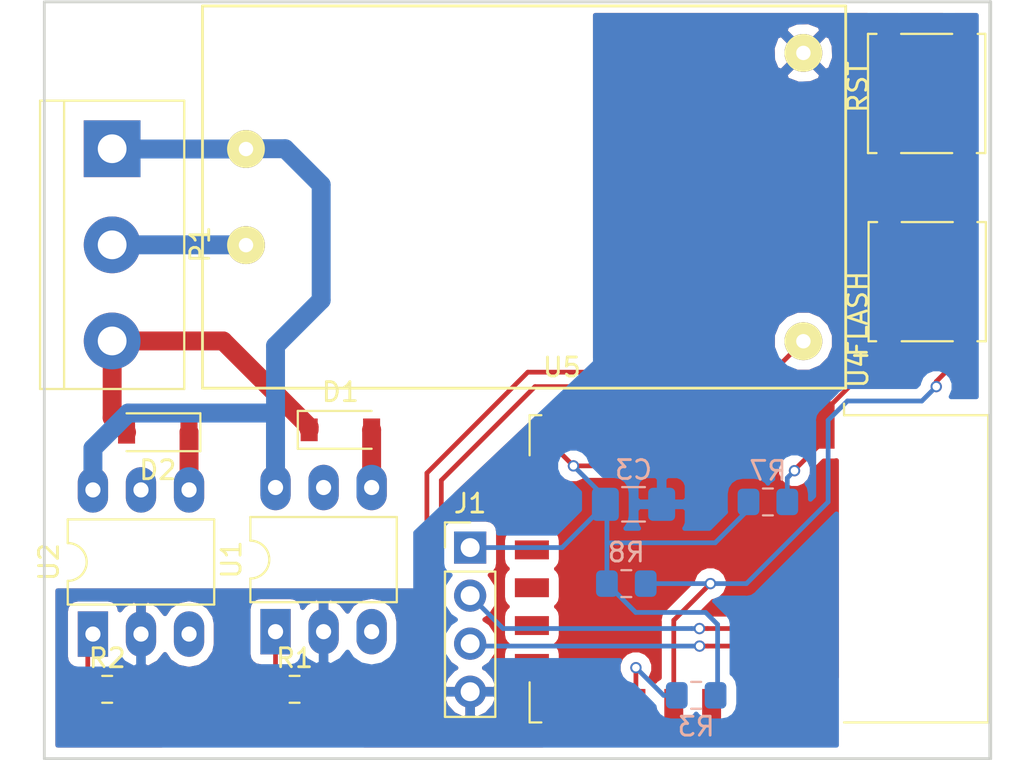
<source format=kicad_pcb>
(kicad_pcb (version 20171130) (host pcbnew 5.0.2-bee76a0~70~ubuntu18.04.1)

  (general
    (thickness 1.6)
    (drawings 4)
    (tracks 124)
    (zones 0)
    (modules 16)
    (nets 17)
  )

  (page A4)
  (layers
    (0 F.Cu signal)
    (31 B.Cu signal)
    (32 B.Adhes user)
    (33 F.Adhes user)
    (34 B.Paste user)
    (35 F.Paste user)
    (36 B.SilkS user)
    (37 F.SilkS user)
    (38 B.Mask user)
    (39 F.Mask user)
    (40 Dwgs.User user)
    (41 Cmts.User user)
    (42 Eco1.User user)
    (43 Eco2.User user)
    (44 Edge.Cuts user)
    (45 Margin user)
    (46 B.CrtYd user)
    (47 F.CrtYd user)
    (48 B.Fab user)
    (49 F.Fab user)
  )

  (setup
    (last_trace_width 0.25)
    (user_trace_width 0.5)
    (user_trace_width 1)
    (user_trace_width 1.5)
    (user_trace_width 2)
    (user_trace_width 3)
    (trace_clearance 0.2)
    (zone_clearance 0.508)
    (zone_45_only no)
    (trace_min 0.2)
    (segment_width 0.2)
    (edge_width 0.15)
    (via_size 0.6)
    (via_drill 0.4)
    (via_min_size 0.4)
    (via_min_drill 0.3)
    (uvia_size 0.3)
    (uvia_drill 0.1)
    (uvias_allowed no)
    (uvia_min_size 0.2)
    (uvia_min_drill 0.1)
    (pcb_text_width 0.3)
    (pcb_text_size 1.5 1.5)
    (mod_edge_width 0.15)
    (mod_text_size 1 1)
    (mod_text_width 0.15)
    (pad_size 1.524 1.524)
    (pad_drill 0.762)
    (pad_to_mask_clearance 0.2)
    (solder_mask_min_width 0.25)
    (aux_axis_origin 0 0)
    (grid_origin 133.35 79.375)
    (visible_elements FFFFFF7F)
    (pcbplotparams
      (layerselection 0x010f0_80000001)
      (usegerberextensions true)
      (usegerberattributes false)
      (usegerberadvancedattributes false)
      (creategerberjobfile false)
      (excludeedgelayer true)
      (linewidth 0.100000)
      (plotframeref false)
      (viasonmask false)
      (mode 1)
      (useauxorigin false)
      (hpglpennumber 1)
      (hpglpenspeed 20)
      (hpglpendiameter 15.000000)
      (psnegative false)
      (psa4output false)
      (plotreference true)
      (plotvalue true)
      (plotinvisibletext false)
      (padsonsilk false)
      (subtractmaskfromsilk false)
      (outputformat 1)
      (mirror false)
      (drillshape 0)
      (scaleselection 1)
      (outputdirectory "OUTPUT_GERBER/"))
  )

  (net 0 "")
  (net 1 /GND)
  (net 2 /3V3)
  (net 3 "Net-(D1-Pad2)")
  (net 4 /FP_OUT)
  (net 5 "Net-(D2-Pad1)")
  (net 6 /PH_IN)
  (net 7 /NEUTRE)
  (net 8 "Net-(R1-Pad1)")
  (net 9 "Net-(R2-Pad1)")
  (net 10 /TXD)
  (net 11 /RXD)
  (net 12 /O1)
  (net 13 /O2)
  (net 14 "Net-(R7-Pad1)")
  (net 15 "Net-(R8-Pad1)")
  (net 16 "Net-(R3-Pad1)")

  (net_class Default "Ceci est la Netclass par défaut"
    (clearance 0.2)
    (trace_width 0.25)
    (via_dia 0.6)
    (via_drill 0.4)
    (uvia_dia 0.3)
    (uvia_drill 0.1)
    (add_net /3V3)
    (add_net /FP_OUT)
    (add_net /GND)
    (add_net /NEUTRE)
    (add_net /O1)
    (add_net /O2)
    (add_net /PH_IN)
    (add_net /RXD)
    (add_net /TXD)
    (add_net "Net-(D1-Pad2)")
    (add_net "Net-(D2-Pad1)")
    (add_net "Net-(R1-Pad1)")
    (add_net "Net-(R2-Pad1)")
    (add_net "Net-(R3-Pad1)")
    (add_net "Net-(R7-Pad1)")
    (add_net "Net-(R8-Pad1)")
  )

  (module Button_Switch_SMD:SW_SPST_EVPBF (layer F.Cu) (tedit 5C7E2A78) (tstamp 5C719012)
    (at 158.02 87.163 270)
    (descr "Light Touch Switch")
    (path /5C5A0808)
    (attr smd)
    (fp_text reference FLASH (at 1.712 3.67 90) (layer F.SilkS)
      (effects (font (size 1 1) (thickness 0.15)))
    )
    (fp_text value FLASH (at -0.041 -4.286 270) (layer F.Fab)
      (effects (font (size 1 1) (thickness 0.15)))
    )
    (fp_circle (center 0 0) (end 1.7 0) (layer F.Fab) (width 0.1))
    (fp_line (start -4.5 3.25) (end -4.5 -3.25) (layer F.CrtYd) (width 0.05))
    (fp_line (start 4.5 3.25) (end -4.5 3.25) (layer F.CrtYd) (width 0.05))
    (fp_line (start 4.5 -3.25) (end 4.5 3.25) (layer F.CrtYd) (width 0.05))
    (fp_line (start -4.5 -3.25) (end 4.5 -3.25) (layer F.CrtYd) (width 0.05))
    (fp_text user %R (at 0.086 0.032 270) (layer F.Fab)
      (effects (font (size 1 1) (thickness 0.15)))
    )
    (fp_line (start -3 3) (end -3 -3) (layer F.Fab) (width 0.1))
    (fp_line (start 3 3) (end -3 3) (layer F.Fab) (width 0.1))
    (fp_line (start 3 -3) (end 3 3) (layer F.Fab) (width 0.1))
    (fp_line (start -3 -3) (end 3 -3) (layer F.Fab) (width 0.1))
    (fp_line (start -3.15 -2.65) (end -3.15 -3.1) (layer F.SilkS) (width 0.12))
    (fp_line (start 3.15 -3.1) (end 3.15 -2.65) (layer F.SilkS) (width 0.12))
    (fp_line (start -3.15 -3.1) (end 3.15 -3.1) (layer F.SilkS) (width 0.12))
    (fp_line (start 3.15 -1.35) (end 3.15 1.35) (layer F.SilkS) (width 0.12))
    (fp_line (start -3.15 1.35) (end -3.15 -1.35) (layer F.SilkS) (width 0.12))
    (fp_line (start 3.15 3.1) (end 3.15 2.7) (layer F.SilkS) (width 0.12))
    (fp_line (start -3.15 3.1) (end 3.15 3.1) (layer F.SilkS) (width 0.12))
    (fp_line (start -3.15 2.65) (end -3.15 3.1) (layer F.SilkS) (width 0.12))
    (pad 2 smd rect (at 2.88 2 270) (size 2.75 1) (layers F.Cu F.Paste F.Mask)
      (net 1 /GND))
    (pad 2 smd rect (at -2.88 2 270) (size 2.75 1) (layers F.Cu F.Paste F.Mask)
      (net 1 /GND))
    (pad 1 smd rect (at -2.88 -2 270) (size 2.75 1) (layers F.Cu F.Paste F.Mask)
      (net 15 "Net-(R8-Pad1)"))
    (pad 1 smd rect (at 2.88 -2 270) (size 2.75 1) (layers F.Cu F.Paste F.Mask)
      (net 15 "Net-(R8-Pad1)"))
    (model ${KISYS3DMOD}/Button_Switch_SMD.3dshapes/SW_SPST_EVPBF.wrl
      (at (xyz 0 0 0))
      (scale (xyz 1 1 1))
      (rotate (xyz 0 0 0))
    )
  )

  (module RF_Module:ESP-12E (layer F.Cu) (tedit 5A030172) (tstamp 5C719081)
    (at 149.122 102.342 270)
    (descr "Wi-Fi Module, http://wiki.ai-thinker.com/_media/esp8266/docs/aithinker_esp_12f_datasheet_en.pdf")
    (tags "Wi-Fi Module")
    (path /5C59836E)
    (attr smd)
    (fp_text reference U4 (at -10.56 -5.26 270) (layer F.SilkS)
      (effects (font (size 1 1) (thickness 0.15)))
    )
    (fp_text value ESP-12E (at -0.06 -12.78 270) (layer F.Fab)
      (effects (font (size 1 1) (thickness 0.15)))
    )
    (fp_text user Antenna (at -0.06 -7 90) (layer Cmts.User)
      (effects (font (size 1 1) (thickness 0.15)))
    )
    (fp_text user "KEEP-OUT ZONE" (at 0.03 -9.55 90) (layer Cmts.User)
      (effects (font (size 1 1) (thickness 0.15)))
    )
    (fp_text user %R (at 0.49 -0.8 270) (layer F.Fab)
      (effects (font (size 1 1) (thickness 0.15)))
    )
    (fp_line (start -8 -12) (end 8 -12) (layer F.Fab) (width 0.12))
    (fp_line (start 8 -12) (end 8 12) (layer F.Fab) (width 0.12))
    (fp_line (start 8 12) (end -8 12) (layer F.Fab) (width 0.12))
    (fp_line (start -8 12) (end -8 -3) (layer F.Fab) (width 0.12))
    (fp_line (start -8 -3) (end -7.5 -3.5) (layer F.Fab) (width 0.12))
    (fp_line (start -7.5 -3.5) (end -8 -4) (layer F.Fab) (width 0.12))
    (fp_line (start -8 -4) (end -8 -12) (layer F.Fab) (width 0.12))
    (fp_line (start -9.05 -12.2) (end 9.05 -12.2) (layer F.CrtYd) (width 0.05))
    (fp_line (start 9.05 -12.2) (end 9.05 13.1) (layer F.CrtYd) (width 0.05))
    (fp_line (start 9.05 13.1) (end -9.05 13.1) (layer F.CrtYd) (width 0.05))
    (fp_line (start -9.05 13.1) (end -9.05 -12.2) (layer F.CrtYd) (width 0.05))
    (fp_line (start -8.12 -12.12) (end 8.12 -12.12) (layer F.SilkS) (width 0.12))
    (fp_line (start 8.12 -12.12) (end 8.12 -4.5) (layer F.SilkS) (width 0.12))
    (fp_line (start 8.12 11.5) (end 8.12 12.12) (layer F.SilkS) (width 0.12))
    (fp_line (start 8.12 12.12) (end 6 12.12) (layer F.SilkS) (width 0.12))
    (fp_line (start -6 12.12) (end -8.12 12.12) (layer F.SilkS) (width 0.12))
    (fp_line (start -8.12 12.12) (end -8.12 11.5) (layer F.SilkS) (width 0.12))
    (fp_line (start -8.12 -4.5) (end -8.12 -12.12) (layer F.SilkS) (width 0.12))
    (fp_line (start -8.12 -4.5) (end -8.73 -4.5) (layer F.SilkS) (width 0.12))
    (fp_line (start -8.12 -12.12) (end 8.12 -12.12) (layer Dwgs.User) (width 0.12))
    (fp_line (start 8.12 -12.12) (end 8.12 -4.8) (layer Dwgs.User) (width 0.12))
    (fp_line (start 8.12 -4.8) (end -8.12 -4.8) (layer Dwgs.User) (width 0.12))
    (fp_line (start -8.12 -4.8) (end -8.12 -12.12) (layer Dwgs.User) (width 0.12))
    (fp_line (start -8.12 -9.12) (end -5.12 -12.12) (layer Dwgs.User) (width 0.12))
    (fp_line (start -8.12 -6.12) (end -2.12 -12.12) (layer Dwgs.User) (width 0.12))
    (fp_line (start -6.44 -4.8) (end 0.88 -12.12) (layer Dwgs.User) (width 0.12))
    (fp_line (start -3.44 -4.8) (end 3.88 -12.12) (layer Dwgs.User) (width 0.12))
    (fp_line (start -0.44 -4.8) (end 6.88 -12.12) (layer Dwgs.User) (width 0.12))
    (fp_line (start 2.56 -4.8) (end 8.12 -10.36) (layer Dwgs.User) (width 0.12))
    (fp_line (start 5.56 -4.8) (end 8.12 -7.36) (layer Dwgs.User) (width 0.12))
    (pad 1 smd rect (at -7.6 -3.5 270) (size 2.5 1) (layers F.Cu F.Paste F.Mask)
      (net 14 "Net-(R7-Pad1)"))
    (pad 2 smd rect (at -7.6 -1.5 270) (size 2.5 1) (layers F.Cu F.Paste F.Mask))
    (pad 3 smd rect (at -7.6 0.5 270) (size 2.5 1) (layers F.Cu F.Paste F.Mask)
      (net 2 /3V3))
    (pad 4 smd rect (at -7.6 2.5 270) (size 2.5 1) (layers F.Cu F.Paste F.Mask))
    (pad 5 smd rect (at -7.6 4.5 270) (size 2.5 1) (layers F.Cu F.Paste F.Mask))
    (pad 6 smd rect (at -7.6 6.5 270) (size 2.5 1) (layers F.Cu F.Paste F.Mask)
      (net 12 /O1))
    (pad 7 smd rect (at -7.6 8.5 270) (size 2.5 1) (layers F.Cu F.Paste F.Mask)
      (net 13 /O2))
    (pad 8 smd rect (at -7.6 10.5 270) (size 2.5 1) (layers F.Cu F.Paste F.Mask)
      (net 2 /3V3))
    (pad 9 smd rect (at -5 12 270) (size 1 1.8) (layers F.Cu F.Paste F.Mask))
    (pad 10 smd rect (at -3 12 270) (size 1 1.8) (layers F.Cu F.Paste F.Mask))
    (pad 11 smd rect (at -1 12 270) (size 1 1.8) (layers F.Cu F.Paste F.Mask))
    (pad 12 smd rect (at 1 12 270) (size 1 1.8) (layers F.Cu F.Paste F.Mask))
    (pad 13 smd rect (at 3 12 270) (size 1 1.8) (layers F.Cu F.Paste F.Mask))
    (pad 14 smd rect (at 5 12 270) (size 1 1.8) (layers F.Cu F.Paste F.Mask))
    (pad 15 smd rect (at 7.6 10.5 270) (size 2.5 1) (layers F.Cu F.Paste F.Mask)
      (net 1 /GND))
    (pad 16 smd rect (at 7.6 8.5 270) (size 2.5 1) (layers F.Cu F.Paste F.Mask)
      (net 1 /GND))
    (pad 17 smd rect (at 7.6 6.5 270) (size 2.5 1) (layers F.Cu F.Paste F.Mask)
      (net 16 "Net-(R3-Pad1)"))
    (pad 18 smd rect (at 7.6 4.5 270) (size 2.5 1) (layers F.Cu F.Paste F.Mask)
      (net 15 "Net-(R8-Pad1)"))
    (pad 19 smd rect (at 7.6 2.5 270) (size 2.5 1) (layers F.Cu F.Paste F.Mask))
    (pad 20 smd rect (at 7.6 0.5 270) (size 2.5 1) (layers F.Cu F.Paste F.Mask))
    (pad 21 smd rect (at 7.6 -1.5 270) (size 2.5 1) (layers F.Cu F.Paste F.Mask)
      (net 11 /RXD))
    (pad 22 smd rect (at 7.6 -3.5 270) (size 2.5 1) (layers F.Cu F.Paste F.Mask)
      (net 10 /TXD))
    (model ${KISYS3DMOD}/RF_Module.3dshapes/ESP-12E.wrl
      (at (xyz 0 0 0))
      (scale (xyz 1 1 1))
      (rotate (xyz 0 0 0))
    )
  )

  (module MyLibrary.pretty:HLK-PM01 (layer F.Cu) (tedit 57E3C36D) (tstamp 5C71908D)
    (at 122.009001 82.692001)
    (path /57E3D6E0)
    (fp_text reference U5 (at 16.7 9) (layer F.SilkS)
      (effects (font (size 1 1) (thickness 0.15)))
    )
    (fp_text value HLK-PM03 (at 16.9 -9) (layer F.Fab)
      (effects (font (size 1 1) (thickness 0.15)))
    )
    (fp_line (start -2.3 10.1) (end 31.7 10.1) (layer F.SilkS) (width 0.15))
    (fp_line (start 31.7 -10.1) (end -2.3 -10.1) (layer F.SilkS) (width 0.15))
    (fp_line (start 31.7 -10.1) (end 31.7 10.1) (layer F.SilkS) (width 0.15))
    (fp_line (start -2.3 10.1) (end -2.3 -10.1) (layer F.SilkS) (width 0.15))
    (pad 1 thru_hole circle (at 0 -2.54) (size 2 2) (drill 0.762) (layers *.Cu *.Mask F.SilkS)
      (net 6 /PH_IN))
    (pad 2 thru_hole circle (at 0 2.54) (size 2 2) (drill 0.762) (layers *.Cu *.Mask F.SilkS)
      (net 7 /NEUTRE))
    (pad 3 thru_hole circle (at 29.464 -7.62) (size 2 2) (drill 0.762) (layers *.Cu *.Mask F.SilkS)
      (net 1 /GND))
    (pad 4 thru_hole circle (at 29.464 7.62) (size 2 2) (drill 0.762) (layers *.Cu *.Mask F.SilkS)
      (net 2 /3V3))
  )

  (module Capacitor_SMD:C_1206_3216Metric_Pad1.42x1.75mm_HandSolder (layer B.Cu) (tedit 5B301BBE) (tstamp 5C8AAC94)
    (at 142.494 98.933 180)
    (descr "Capacitor SMD 1206 (3216 Metric), square (rectangular) end terminal, IPC_7351 nominal with elongated pad for handsoldering. (Body size source: http://www.tortai-tech.com/upload/download/2011102023233369053.pdf), generated with kicad-footprint-generator")
    (tags "capacitor handsolder")
    (path /57E3DA4C)
    (attr smd)
    (fp_text reference C3 (at 0 1.82 180) (layer B.SilkS)
      (effects (font (size 1 1) (thickness 0.15)) (justify mirror))
    )
    (fp_text value 100nF (at 0 -1.82 180) (layer B.Fab)
      (effects (font (size 1 1) (thickness 0.15)) (justify mirror))
    )
    (fp_line (start -1.6 -0.8) (end -1.6 0.8) (layer B.Fab) (width 0.1))
    (fp_line (start -1.6 0.8) (end 1.6 0.8) (layer B.Fab) (width 0.1))
    (fp_line (start 1.6 0.8) (end 1.6 -0.8) (layer B.Fab) (width 0.1))
    (fp_line (start 1.6 -0.8) (end -1.6 -0.8) (layer B.Fab) (width 0.1))
    (fp_line (start -0.602064 0.91) (end 0.602064 0.91) (layer B.SilkS) (width 0.12))
    (fp_line (start -0.602064 -0.91) (end 0.602064 -0.91) (layer B.SilkS) (width 0.12))
    (fp_line (start -2.45 -1.12) (end -2.45 1.12) (layer B.CrtYd) (width 0.05))
    (fp_line (start -2.45 1.12) (end 2.45 1.12) (layer B.CrtYd) (width 0.05))
    (fp_line (start 2.45 1.12) (end 2.45 -1.12) (layer B.CrtYd) (width 0.05))
    (fp_line (start 2.45 -1.12) (end -2.45 -1.12) (layer B.CrtYd) (width 0.05))
    (fp_text user %R (at 0 0 180) (layer B.Fab)
      (effects (font (size 0.8 0.8) (thickness 0.12)) (justify mirror))
    )
    (pad 1 smd roundrect (at -1.4875 0 180) (size 1.425 1.75) (layers B.Cu B.Paste B.Mask) (roundrect_rratio 0.175439)
      (net 1 /GND))
    (pad 2 smd roundrect (at 1.4875 0 180) (size 1.425 1.75) (layers B.Cu B.Paste B.Mask) (roundrect_rratio 0.175439)
      (net 2 /3V3))
    (model ${KISYS3DMOD}/Capacitor_SMD.3dshapes/C_1206_3216Metric.wrl
      (at (xyz 0 0 0))
      (scale (xyz 1 1 1))
      (rotate (xyz 0 0 0))
    )
  )

  (module Connector_PinHeader_2.54mm:PinHeader_1x04_P2.54mm_Vertical (layer F.Cu) (tedit 5C7F7792) (tstamp 5C718F16)
    (at 133.858 101.219)
    (descr "Through hole straight pin header, 1x04, 2.54mm pitch, single row")
    (tags "Through hole pin header THT 1x04 2.54mm single row")
    (path /5C59860E)
    (fp_text reference J1 (at 0 -2.33) (layer F.SilkS)
      (effects (font (size 1 1) (thickness 0.15)))
    )
    (fp_text value Conn_01x04_Male (at 0 9.95) (layer F.Fab)
      (effects (font (size 1 1) (thickness 0.15)))
    )
    (fp_line (start -0.635 -1.27) (end 1.27 -1.27) (layer F.Fab) (width 0.1))
    (fp_line (start 1.27 -1.27) (end 1.27 8.89) (layer F.Fab) (width 0.1))
    (fp_line (start 1.27 8.89) (end -1.27 8.89) (layer F.Fab) (width 0.1))
    (fp_line (start -1.27 8.89) (end -1.27 -0.635) (layer F.Fab) (width 0.1))
    (fp_line (start -1.27 -0.635) (end -0.635 -1.27) (layer F.Fab) (width 0.1))
    (fp_line (start -1.33 8.95) (end 1.33 8.95) (layer F.SilkS) (width 0.12))
    (fp_line (start -1.33 1.27) (end -1.33 8.95) (layer F.SilkS) (width 0.12))
    (fp_line (start 1.33 1.27) (end 1.33 8.95) (layer F.SilkS) (width 0.12))
    (fp_line (start -1.33 1.27) (end 1.33 1.27) (layer F.SilkS) (width 0.12))
    (fp_line (start -1.33 0) (end -1.33 -1.33) (layer F.SilkS) (width 0.12))
    (fp_line (start -1.33 -1.33) (end 0 -1.33) (layer F.SilkS) (width 0.12))
    (fp_line (start -1.8 -1.8) (end -1.8 9.4) (layer F.CrtYd) (width 0.05))
    (fp_line (start -1.8 9.4) (end 1.8 9.4) (layer F.CrtYd) (width 0.05))
    (fp_line (start 1.8 9.4) (end 1.8 -1.8) (layer F.CrtYd) (width 0.05))
    (fp_line (start 1.8 -1.8) (end -1.8 -1.8) (layer F.CrtYd) (width 0.05))
    (fp_text user %R (at 0 3.81 -270) (layer F.Fab)
      (effects (font (size 1 1) (thickness 0.15)))
    )
    (pad 1 thru_hole rect (at 0 0) (size 1.7 1.7) (drill 1) (layers *.Cu *.Mask)
      (net 2 /3V3))
    (pad 2 thru_hole oval (at 0 2.54) (size 1.7 1.7) (drill 1) (layers *.Cu *.Mask)
      (net 10 /TXD))
    (pad 3 thru_hole oval (at 0 5.08) (size 1.7 1.7) (drill 1) (layers *.Cu *.Mask)
      (net 11 /RXD))
    (pad 4 thru_hole oval (at 0 7.62) (size 1.7 1.7) (drill 1) (layers *.Cu *.Mask)
      (net 1 /GND))
    (model ${KISYS3DMOD}/Connector_PinHeader_2.54mm.3dshapes/PinHeader_1x04_P2.54mm_Vertical.wrl
      (at (xyz 0 0 0))
      (scale (xyz 1 1 1))
      (rotate (xyz 0 0 0))
    )
  )

  (module TerminalBlock:TerminalBlock_bornier-3_P5.08mm (layer F.Cu) (tedit 59FF03B9) (tstamp 5C718F2C)
    (at 114.935 80.137 270)
    (descr "simple 3-pin terminal block, pitch 5.08mm, revamped version of bornier3")
    (tags "terminal block bornier3")
    (path /57E3CBBF)
    (fp_text reference P1 (at 5.05 -4.65 270) (layer F.SilkS)
      (effects (font (size 1 1) (thickness 0.15)))
    )
    (fp_text value CONN_01X03 (at 5.08 5.08 270) (layer F.Fab)
      (effects (font (size 1 1) (thickness 0.15)))
    )
    (fp_text user %R (at 5.08 0 270) (layer F.Fab)
      (effects (font (size 1 1) (thickness 0.15)))
    )
    (fp_line (start -2.47 2.55) (end 12.63 2.55) (layer F.Fab) (width 0.1))
    (fp_line (start -2.47 -3.75) (end 12.63 -3.75) (layer F.Fab) (width 0.1))
    (fp_line (start 12.63 -3.75) (end 12.63 3.75) (layer F.Fab) (width 0.1))
    (fp_line (start 12.63 3.75) (end -2.47 3.75) (layer F.Fab) (width 0.1))
    (fp_line (start -2.47 3.75) (end -2.47 -3.75) (layer F.Fab) (width 0.1))
    (fp_line (start -2.54 3.81) (end -2.54 -3.81) (layer F.SilkS) (width 0.12))
    (fp_line (start 12.7 3.81) (end 12.7 -3.81) (layer F.SilkS) (width 0.12))
    (fp_line (start -2.54 2.54) (end 12.7 2.54) (layer F.SilkS) (width 0.12))
    (fp_line (start -2.54 -3.81) (end 12.7 -3.81) (layer F.SilkS) (width 0.12))
    (fp_line (start -2.54 3.81) (end 12.7 3.81) (layer F.SilkS) (width 0.12))
    (fp_line (start -2.72 -4) (end 12.88 -4) (layer F.CrtYd) (width 0.05))
    (fp_line (start -2.72 -4) (end -2.72 4) (layer F.CrtYd) (width 0.05))
    (fp_line (start 12.88 4) (end 12.88 -4) (layer F.CrtYd) (width 0.05))
    (fp_line (start 12.88 4) (end -2.72 4) (layer F.CrtYd) (width 0.05))
    (pad 1 thru_hole rect (at 0 0 270) (size 3 3) (drill 1.52) (layers *.Cu *.Mask)
      (net 6 /PH_IN))
    (pad 2 thru_hole circle (at 5.08 0 270) (size 3 3) (drill 1.52) (layers *.Cu *.Mask)
      (net 7 /NEUTRE))
    (pad 3 thru_hole circle (at 10.16 0 270) (size 3 3) (drill 1.52) (layers *.Cu *.Mask)
      (net 4 /FP_OUT))
    (model ${KISYS3DMOD}/TerminalBlock.3dshapes/TerminalBlock_bornier-3_P5.08mm.wrl
      (offset (xyz 5.079999923706055 0 0))
      (scale (xyz 1 1 1))
      (rotate (xyz 0 0 0))
    )
  )

  (module Resistor_SMD:R_0805_2012Metric_Pad1.15x1.40mm_HandSolder (layer F.Cu) (tedit 5B36C52B) (tstamp 5C8AB480)
    (at 124.578 108.712)
    (descr "Resistor SMD 0805 (2012 Metric), square (rectangular) end terminal, IPC_7351 nominal with elongated pad for handsoldering. (Body size source: https://docs.google.com/spreadsheets/d/1BsfQQcO9C6DZCsRaXUlFlo91Tg2WpOkGARC1WS5S8t0/edit?usp=sharing), generated with kicad-footprint-generator")
    (tags "resistor handsolder")
    (path /57E3C9BF)
    (attr smd)
    (fp_text reference R1 (at 0 -1.65) (layer F.SilkS)
      (effects (font (size 1 1) (thickness 0.15)))
    )
    (fp_text value 270 (at 0 1.65) (layer F.Fab)
      (effects (font (size 1 1) (thickness 0.15)))
    )
    (fp_text user %R (at 0 0) (layer F.Fab)
      (effects (font (size 0.5 0.5) (thickness 0.08)))
    )
    (fp_line (start 1.85 0.95) (end -1.85 0.95) (layer F.CrtYd) (width 0.05))
    (fp_line (start 1.85 -0.95) (end 1.85 0.95) (layer F.CrtYd) (width 0.05))
    (fp_line (start -1.85 -0.95) (end 1.85 -0.95) (layer F.CrtYd) (width 0.05))
    (fp_line (start -1.85 0.95) (end -1.85 -0.95) (layer F.CrtYd) (width 0.05))
    (fp_line (start -0.261252 0.71) (end 0.261252 0.71) (layer F.SilkS) (width 0.12))
    (fp_line (start -0.261252 -0.71) (end 0.261252 -0.71) (layer F.SilkS) (width 0.12))
    (fp_line (start 1 0.6) (end -1 0.6) (layer F.Fab) (width 0.1))
    (fp_line (start 1 -0.6) (end 1 0.6) (layer F.Fab) (width 0.1))
    (fp_line (start -1 -0.6) (end 1 -0.6) (layer F.Fab) (width 0.1))
    (fp_line (start -1 0.6) (end -1 -0.6) (layer F.Fab) (width 0.1))
    (pad 2 smd roundrect (at 1.025 0) (size 1.15 1.4) (layers F.Cu F.Paste F.Mask) (roundrect_rratio 0.217391)
      (net 12 /O1))
    (pad 1 smd roundrect (at -1.025 0) (size 1.15 1.4) (layers F.Cu F.Paste F.Mask) (roundrect_rratio 0.217391)
      (net 8 "Net-(R1-Pad1)"))
    (model ${KISYS3DMOD}/Resistor_SMD.3dshapes/R_0805_2012Metric.wrl
      (at (xyz 0 0 0))
      (scale (xyz 1 1 1))
      (rotate (xyz 0 0 0))
    )
  )

  (module Resistor_SMD:R_0805_2012Metric_Pad1.15x1.40mm_HandSolder (layer F.Cu) (tedit 5B36C52B) (tstamp 5C8AB4C1)
    (at 114.672 108.712)
    (descr "Resistor SMD 0805 (2012 Metric), square (rectangular) end terminal, IPC_7351 nominal with elongated pad for handsoldering. (Body size source: https://docs.google.com/spreadsheets/d/1BsfQQcO9C6DZCsRaXUlFlo91Tg2WpOkGARC1WS5S8t0/edit?usp=sharing), generated with kicad-footprint-generator")
    (tags "resistor handsolder")
    (path /57E3CA3C)
    (attr smd)
    (fp_text reference R2 (at 0 -1.65) (layer F.SilkS)
      (effects (font (size 1 1) (thickness 0.15)))
    )
    (fp_text value 270 (at 0 1.65) (layer F.Fab)
      (effects (font (size 1 1) (thickness 0.15)))
    )
    (fp_line (start -1 0.6) (end -1 -0.6) (layer F.Fab) (width 0.1))
    (fp_line (start -1 -0.6) (end 1 -0.6) (layer F.Fab) (width 0.1))
    (fp_line (start 1 -0.6) (end 1 0.6) (layer F.Fab) (width 0.1))
    (fp_line (start 1 0.6) (end -1 0.6) (layer F.Fab) (width 0.1))
    (fp_line (start -0.261252 -0.71) (end 0.261252 -0.71) (layer F.SilkS) (width 0.12))
    (fp_line (start -0.261252 0.71) (end 0.261252 0.71) (layer F.SilkS) (width 0.12))
    (fp_line (start -1.85 0.95) (end -1.85 -0.95) (layer F.CrtYd) (width 0.05))
    (fp_line (start -1.85 -0.95) (end 1.85 -0.95) (layer F.CrtYd) (width 0.05))
    (fp_line (start 1.85 -0.95) (end 1.85 0.95) (layer F.CrtYd) (width 0.05))
    (fp_line (start 1.85 0.95) (end -1.85 0.95) (layer F.CrtYd) (width 0.05))
    (fp_text user %R (at 0 0) (layer F.Fab)
      (effects (font (size 0.5 0.5) (thickness 0.08)))
    )
    (pad 1 smd roundrect (at -1.025 0) (size 1.15 1.4) (layers F.Cu F.Paste F.Mask) (roundrect_rratio 0.217391)
      (net 9 "Net-(R2-Pad1)"))
    (pad 2 smd roundrect (at 1.025 0) (size 1.15 1.4) (layers F.Cu F.Paste F.Mask) (roundrect_rratio 0.217391)
      (net 13 /O2))
    (model ${KISYS3DMOD}/Resistor_SMD.3dshapes/R_0805_2012Metric.wrl
      (at (xyz 0 0 0))
      (scale (xyz 1 1 1))
      (rotate (xyz 0 0 0))
    )
  )

  (module Resistor_SMD:R_0805_2012Metric_Pad1.15x1.40mm_HandSolder (layer B.Cu) (tedit 5B36C52B) (tstamp 5C718FCD)
    (at 149.597 98.806 180)
    (descr "Resistor SMD 0805 (2012 Metric), square (rectangular) end terminal, IPC_7351 nominal with elongated pad for handsoldering. (Body size source: https://docs.google.com/spreadsheets/d/1BsfQQcO9C6DZCsRaXUlFlo91Tg2WpOkGARC1WS5S8t0/edit?usp=sharing), generated with kicad-footprint-generator")
    (tags "resistor handsolder")
    (path /5C5A08D6)
    (attr smd)
    (fp_text reference R7 (at 0 1.65 180) (layer B.SilkS)
      (effects (font (size 1 1) (thickness 0.15)) (justify mirror))
    )
    (fp_text value 10K (at 0 -1.65 180) (layer B.Fab)
      (effects (font (size 1 1) (thickness 0.15)) (justify mirror))
    )
    (fp_text user %R (at 0 0 180) (layer B.Fab)
      (effects (font (size 0.5 0.5) (thickness 0.08)) (justify mirror))
    )
    (fp_line (start 1.85 -0.95) (end -1.85 -0.95) (layer B.CrtYd) (width 0.05))
    (fp_line (start 1.85 0.95) (end 1.85 -0.95) (layer B.CrtYd) (width 0.05))
    (fp_line (start -1.85 0.95) (end 1.85 0.95) (layer B.CrtYd) (width 0.05))
    (fp_line (start -1.85 -0.95) (end -1.85 0.95) (layer B.CrtYd) (width 0.05))
    (fp_line (start -0.261252 -0.71) (end 0.261252 -0.71) (layer B.SilkS) (width 0.12))
    (fp_line (start -0.261252 0.71) (end 0.261252 0.71) (layer B.SilkS) (width 0.12))
    (fp_line (start 1 -0.6) (end -1 -0.6) (layer B.Fab) (width 0.1))
    (fp_line (start 1 0.6) (end 1 -0.6) (layer B.Fab) (width 0.1))
    (fp_line (start -1 0.6) (end 1 0.6) (layer B.Fab) (width 0.1))
    (fp_line (start -1 -0.6) (end -1 0.6) (layer B.Fab) (width 0.1))
    (pad 2 smd roundrect (at 1.025 0 180) (size 1.15 1.4) (layers B.Cu B.Paste B.Mask) (roundrect_rratio 0.217391)
      (net 2 /3V3))
    (pad 1 smd roundrect (at -1.025 0 180) (size 1.15 1.4) (layers B.Cu B.Paste B.Mask) (roundrect_rratio 0.217391)
      (net 14 "Net-(R7-Pad1)"))
    (model ${KISYS3DMOD}/Resistor_SMD.3dshapes/R_0805_2012Metric.wrl
      (at (xyz 0 0 0))
      (scale (xyz 1 1 1))
      (rotate (xyz 0 0 0))
    )
  )

  (module Resistor_SMD:R_0805_2012Metric_Pad1.15x1.40mm_HandSolder (layer B.Cu) (tedit 5B36C52B) (tstamp 5C8AB101)
    (at 142.113 103.124 180)
    (descr "Resistor SMD 0805 (2012 Metric), square (rectangular) end terminal, IPC_7351 nominal with elongated pad for handsoldering. (Body size source: https://docs.google.com/spreadsheets/d/1BsfQQcO9C6DZCsRaXUlFlo91Tg2WpOkGARC1WS5S8t0/edit?usp=sharing), generated with kicad-footprint-generator")
    (tags "resistor handsolder")
    (path /5C5A09A0)
    (attr smd)
    (fp_text reference R8 (at 0 1.65 180) (layer B.SilkS)
      (effects (font (size 1 1) (thickness 0.15)) (justify mirror))
    )
    (fp_text value 10K (at 0 -1.65 180) (layer B.Fab)
      (effects (font (size 1 1) (thickness 0.15)) (justify mirror))
    )
    (fp_line (start -1 -0.6) (end -1 0.6) (layer B.Fab) (width 0.1))
    (fp_line (start -1 0.6) (end 1 0.6) (layer B.Fab) (width 0.1))
    (fp_line (start 1 0.6) (end 1 -0.6) (layer B.Fab) (width 0.1))
    (fp_line (start 1 -0.6) (end -1 -0.6) (layer B.Fab) (width 0.1))
    (fp_line (start -0.261252 0.71) (end 0.261252 0.71) (layer B.SilkS) (width 0.12))
    (fp_line (start -0.261252 -0.71) (end 0.261252 -0.71) (layer B.SilkS) (width 0.12))
    (fp_line (start -1.85 -0.95) (end -1.85 0.95) (layer B.CrtYd) (width 0.05))
    (fp_line (start -1.85 0.95) (end 1.85 0.95) (layer B.CrtYd) (width 0.05))
    (fp_line (start 1.85 0.95) (end 1.85 -0.95) (layer B.CrtYd) (width 0.05))
    (fp_line (start 1.85 -0.95) (end -1.85 -0.95) (layer B.CrtYd) (width 0.05))
    (fp_text user %R (at 0 0 180) (layer B.Fab)
      (effects (font (size 0.5 0.5) (thickness 0.08)) (justify mirror))
    )
    (pad 1 smd roundrect (at -1.025 0 180) (size 1.15 1.4) (layers B.Cu B.Paste B.Mask) (roundrect_rratio 0.217391)
      (net 15 "Net-(R8-Pad1)"))
    (pad 2 smd roundrect (at 1.025 0 180) (size 1.15 1.4) (layers B.Cu B.Paste B.Mask) (roundrect_rratio 0.217391)
      (net 2 /3V3))
    (model ${KISYS3DMOD}/Resistor_SMD.3dshapes/R_0805_2012Metric.wrl
      (at (xyz 0 0 0))
      (scale (xyz 1 1 1))
      (rotate (xyz 0 0 0))
    )
  )

  (module Button_Switch_SMD:SW_SPST_EVPBF (layer F.Cu) (tedit 5C7E2A66) (tstamp 5C718FF8)
    (at 157.988 77.216 90)
    (descr "Light Touch Switch")
    (path /5C5A060A)
    (attr smd)
    (fp_text reference RST (at 0.341 -3.638 90) (layer F.SilkS)
      (effects (font (size 1 1) (thickness 0.15)))
    )
    (fp_text value RESET (at 0 4.25 90) (layer F.Fab)
      (effects (font (size 1 1) (thickness 0.15)))
    )
    (fp_line (start -3.15 2.65) (end -3.15 3.1) (layer F.SilkS) (width 0.12))
    (fp_line (start -3.15 3.1) (end 3.15 3.1) (layer F.SilkS) (width 0.12))
    (fp_line (start 3.15 3.1) (end 3.15 2.7) (layer F.SilkS) (width 0.12))
    (fp_line (start -3.15 1.35) (end -3.15 -1.35) (layer F.SilkS) (width 0.12))
    (fp_line (start 3.15 -1.35) (end 3.15 1.35) (layer F.SilkS) (width 0.12))
    (fp_line (start -3.15 -3.1) (end 3.15 -3.1) (layer F.SilkS) (width 0.12))
    (fp_line (start 3.15 -3.1) (end 3.15 -2.65) (layer F.SilkS) (width 0.12))
    (fp_line (start -3.15 -2.65) (end -3.15 -3.1) (layer F.SilkS) (width 0.12))
    (fp_line (start -3 -3) (end 3 -3) (layer F.Fab) (width 0.1))
    (fp_line (start 3 -3) (end 3 3) (layer F.Fab) (width 0.1))
    (fp_line (start 3 3) (end -3 3) (layer F.Fab) (width 0.1))
    (fp_line (start -3 3) (end -3 -3) (layer F.Fab) (width 0.1))
    (fp_text user %R (at 0 -3.9 90) (layer F.Fab)
      (effects (font (size 1 1) (thickness 0.15)))
    )
    (fp_line (start -4.5 -3.25) (end 4.5 -3.25) (layer F.CrtYd) (width 0.05))
    (fp_line (start 4.5 -3.25) (end 4.5 3.25) (layer F.CrtYd) (width 0.05))
    (fp_line (start 4.5 3.25) (end -4.5 3.25) (layer F.CrtYd) (width 0.05))
    (fp_line (start -4.5 3.25) (end -4.5 -3.25) (layer F.CrtYd) (width 0.05))
    (fp_circle (center 0 0) (end 1.7 0) (layer F.Fab) (width 0.1))
    (pad 1 smd rect (at 2.88 -2 90) (size 2.75 1) (layers F.Cu F.Paste F.Mask)
      (net 1 /GND))
    (pad 1 smd rect (at -2.88 -2 90) (size 2.75 1) (layers F.Cu F.Paste F.Mask)
      (net 1 /GND))
    (pad 2 smd rect (at -2.88 2 90) (size 2.75 1) (layers F.Cu F.Paste F.Mask)
      (net 14 "Net-(R7-Pad1)"))
    (pad 2 smd rect (at 2.88 2 90) (size 2.75 1) (layers F.Cu F.Paste F.Mask)
      (net 14 "Net-(R7-Pad1)"))
    (model ${KISYS3DMOD}/Button_Switch_SMD.3dshapes/SW_SPST_EVPBF.wrl
      (at (xyz 0 0 0))
      (scale (xyz 1 1 1))
      (rotate (xyz 0 0 0))
    )
  )

  (module Package_DIP:DIP-6_W7.62mm_LongPads (layer F.Cu) (tedit 5A02E8C5) (tstamp 5C71902C)
    (at 123.571 105.664 90)
    (descr "6-lead though-hole mounted DIP package, row spacing 7.62 mm (300 mils), LongPads")
    (tags "THT DIP DIL PDIP 2.54mm 7.62mm 300mil LongPads")
    (path /57E3C933)
    (fp_text reference U1 (at 3.81 -2.33 90) (layer F.SilkS)
      (effects (font (size 1 1) (thickness 0.15)))
    )
    (fp_text value MOC3041M (at 3.81 7.41 90) (layer F.Fab)
      (effects (font (size 1 1) (thickness 0.15)))
    )
    (fp_text user %R (at 3.81 2.54 90) (layer F.Fab)
      (effects (font (size 1 1) (thickness 0.15)))
    )
    (fp_line (start 9.1 -1.55) (end -1.45 -1.55) (layer F.CrtYd) (width 0.05))
    (fp_line (start 9.1 6.6) (end 9.1 -1.55) (layer F.CrtYd) (width 0.05))
    (fp_line (start -1.45 6.6) (end 9.1 6.6) (layer F.CrtYd) (width 0.05))
    (fp_line (start -1.45 -1.55) (end -1.45 6.6) (layer F.CrtYd) (width 0.05))
    (fp_line (start 6.06 -1.33) (end 4.81 -1.33) (layer F.SilkS) (width 0.12))
    (fp_line (start 6.06 6.41) (end 6.06 -1.33) (layer F.SilkS) (width 0.12))
    (fp_line (start 1.56 6.41) (end 6.06 6.41) (layer F.SilkS) (width 0.12))
    (fp_line (start 1.56 -1.33) (end 1.56 6.41) (layer F.SilkS) (width 0.12))
    (fp_line (start 2.81 -1.33) (end 1.56 -1.33) (layer F.SilkS) (width 0.12))
    (fp_line (start 0.635 -0.27) (end 1.635 -1.27) (layer F.Fab) (width 0.1))
    (fp_line (start 0.635 6.35) (end 0.635 -0.27) (layer F.Fab) (width 0.1))
    (fp_line (start 6.985 6.35) (end 0.635 6.35) (layer F.Fab) (width 0.1))
    (fp_line (start 6.985 -1.27) (end 6.985 6.35) (layer F.Fab) (width 0.1))
    (fp_line (start 1.635 -1.27) (end 6.985 -1.27) (layer F.Fab) (width 0.1))
    (fp_arc (start 3.81 -1.33) (end 2.81 -1.33) (angle -180) (layer F.SilkS) (width 0.12))
    (pad 6 thru_hole oval (at 7.62 0 90) (size 2.4 1.6) (drill 0.8) (layers *.Cu *.Mask)
      (net 6 /PH_IN))
    (pad 3 thru_hole oval (at 0 5.08 90) (size 2.4 1.6) (drill 0.8) (layers *.Cu *.Mask))
    (pad 5 thru_hole oval (at 7.62 2.54 90) (size 2.4 1.6) (drill 0.8) (layers *.Cu *.Mask))
    (pad 2 thru_hole oval (at 0 2.54 90) (size 2.4 1.6) (drill 0.8) (layers *.Cu *.Mask)
      (net 1 /GND))
    (pad 4 thru_hole oval (at 7.62 5.08 90) (size 2.4 1.6) (drill 0.8) (layers *.Cu *.Mask)
      (net 3 "Net-(D1-Pad2)"))
    (pad 1 thru_hole rect (at 0 0 90) (size 2.4 1.6) (drill 0.8) (layers *.Cu *.Mask)
      (net 8 "Net-(R1-Pad1)"))
    (model ${KISYS3DMOD}/Package_DIP.3dshapes/DIP-6_W7.62mm.wrl
      (at (xyz 0 0 0))
      (scale (xyz 1 1 1))
      (rotate (xyz 0 0 0))
    )
  )

  (module Package_DIP:DIP-6_W7.62mm_LongPads (layer F.Cu) (tedit 5A02E8C5) (tstamp 5C719046)
    (at 113.919 105.791 90)
    (descr "6-lead though-hole mounted DIP package, row spacing 7.62 mm (300 mils), LongPads")
    (tags "THT DIP DIL PDIP 2.54mm 7.62mm 300mil LongPads")
    (path /57E3C97C)
    (fp_text reference U2 (at 3.81 -2.33 90) (layer F.SilkS)
      (effects (font (size 1 1) (thickness 0.15)))
    )
    (fp_text value MOC3041M (at 3.81 7.41 90) (layer F.Fab)
      (effects (font (size 1 1) (thickness 0.15)))
    )
    (fp_arc (start 3.81 -1.33) (end 2.81 -1.33) (angle -180) (layer F.SilkS) (width 0.12))
    (fp_line (start 1.635 -1.27) (end 6.985 -1.27) (layer F.Fab) (width 0.1))
    (fp_line (start 6.985 -1.27) (end 6.985 6.35) (layer F.Fab) (width 0.1))
    (fp_line (start 6.985 6.35) (end 0.635 6.35) (layer F.Fab) (width 0.1))
    (fp_line (start 0.635 6.35) (end 0.635 -0.27) (layer F.Fab) (width 0.1))
    (fp_line (start 0.635 -0.27) (end 1.635 -1.27) (layer F.Fab) (width 0.1))
    (fp_line (start 2.81 -1.33) (end 1.56 -1.33) (layer F.SilkS) (width 0.12))
    (fp_line (start 1.56 -1.33) (end 1.56 6.41) (layer F.SilkS) (width 0.12))
    (fp_line (start 1.56 6.41) (end 6.06 6.41) (layer F.SilkS) (width 0.12))
    (fp_line (start 6.06 6.41) (end 6.06 -1.33) (layer F.SilkS) (width 0.12))
    (fp_line (start 6.06 -1.33) (end 4.81 -1.33) (layer F.SilkS) (width 0.12))
    (fp_line (start -1.45 -1.55) (end -1.45 6.6) (layer F.CrtYd) (width 0.05))
    (fp_line (start -1.45 6.6) (end 9.1 6.6) (layer F.CrtYd) (width 0.05))
    (fp_line (start 9.1 6.6) (end 9.1 -1.55) (layer F.CrtYd) (width 0.05))
    (fp_line (start 9.1 -1.55) (end -1.45 -1.55) (layer F.CrtYd) (width 0.05))
    (fp_text user %R (at 3.81 2.54 90) (layer F.Fab)
      (effects (font (size 1 1) (thickness 0.15)))
    )
    (pad 1 thru_hole rect (at 0 0 90) (size 2.4 1.6) (drill 0.8) (layers *.Cu *.Mask)
      (net 9 "Net-(R2-Pad1)"))
    (pad 4 thru_hole oval (at 7.62 5.08 90) (size 2.4 1.6) (drill 0.8) (layers *.Cu *.Mask)
      (net 5 "Net-(D2-Pad1)"))
    (pad 2 thru_hole oval (at 0 2.54 90) (size 2.4 1.6) (drill 0.8) (layers *.Cu *.Mask)
      (net 1 /GND))
    (pad 5 thru_hole oval (at 7.62 2.54 90) (size 2.4 1.6) (drill 0.8) (layers *.Cu *.Mask))
    (pad 3 thru_hole oval (at 0 5.08 90) (size 2.4 1.6) (drill 0.8) (layers *.Cu *.Mask))
    (pad 6 thru_hole oval (at 7.62 0 90) (size 2.4 1.6) (drill 0.8) (layers *.Cu *.Mask)
      (net 6 /PH_IN))
    (model ${KISYS3DMOD}/Package_DIP.3dshapes/DIP-6_W7.62mm.wrl
      (at (xyz 0 0 0))
      (scale (xyz 1 1 1))
      (rotate (xyz 0 0 0))
    )
  )

  (module Diode_SMD:D_SOD-123 (layer F.Cu) (tedit 58645DC7) (tstamp 5C8AA16D)
    (at 126.999 94.996)
    (descr SOD-123)
    (tags SOD-123)
    (path /57E3CA83)
    (attr smd)
    (fp_text reference D1 (at 0 -2) (layer F.SilkS)
      (effects (font (size 1 1) (thickness 0.15)))
    )
    (fp_text value D (at 0 2.1) (layer F.Fab)
      (effects (font (size 1 1) (thickness 0.15)))
    )
    (fp_line (start -2.25 -1) (end 1.65 -1) (layer F.SilkS) (width 0.12))
    (fp_line (start -2.25 1) (end 1.65 1) (layer F.SilkS) (width 0.12))
    (fp_line (start -2.35 -1.15) (end -2.35 1.15) (layer F.CrtYd) (width 0.05))
    (fp_line (start 2.35 1.15) (end -2.35 1.15) (layer F.CrtYd) (width 0.05))
    (fp_line (start 2.35 -1.15) (end 2.35 1.15) (layer F.CrtYd) (width 0.05))
    (fp_line (start -2.35 -1.15) (end 2.35 -1.15) (layer F.CrtYd) (width 0.05))
    (fp_line (start -1.4 -0.9) (end 1.4 -0.9) (layer F.Fab) (width 0.1))
    (fp_line (start 1.4 -0.9) (end 1.4 0.9) (layer F.Fab) (width 0.1))
    (fp_line (start 1.4 0.9) (end -1.4 0.9) (layer F.Fab) (width 0.1))
    (fp_line (start -1.4 0.9) (end -1.4 -0.9) (layer F.Fab) (width 0.1))
    (fp_line (start -0.75 0) (end -0.35 0) (layer F.Fab) (width 0.1))
    (fp_line (start -0.35 0) (end -0.35 -0.55) (layer F.Fab) (width 0.1))
    (fp_line (start -0.35 0) (end -0.35 0.55) (layer F.Fab) (width 0.1))
    (fp_line (start -0.35 0) (end 0.25 -0.4) (layer F.Fab) (width 0.1))
    (fp_line (start 0.25 -0.4) (end 0.25 0.4) (layer F.Fab) (width 0.1))
    (fp_line (start 0.25 0.4) (end -0.35 0) (layer F.Fab) (width 0.1))
    (fp_line (start 0.25 0) (end 0.75 0) (layer F.Fab) (width 0.1))
    (fp_line (start -2.25 -1) (end -2.25 1) (layer F.SilkS) (width 0.12))
    (fp_text user %R (at 0 -2) (layer F.Fab)
      (effects (font (size 1 1) (thickness 0.15)))
    )
    (pad 2 smd rect (at 1.65 0) (size 0.9 1.2) (layers F.Cu F.Paste F.Mask)
      (net 3 "Net-(D1-Pad2)"))
    (pad 1 smd rect (at -1.65 0) (size 0.9 1.2) (layers F.Cu F.Paste F.Mask)
      (net 4 /FP_OUT))
    (model ${KISYS3DMOD}/Diode_SMD.3dshapes/D_SOD-123.wrl
      (at (xyz 0 0 0))
      (scale (xyz 1 1 1))
      (rotate (xyz 0 0 0))
    )
  )

  (module Diode_SMD:D_SOD-123 (layer F.Cu) (tedit 58645DC7) (tstamp 5C8AA185)
    (at 117.347 95.123 180)
    (descr SOD-123)
    (tags SOD-123)
    (path /57E3CAE4)
    (attr smd)
    (fp_text reference D2 (at 0 -2 180) (layer F.SilkS)
      (effects (font (size 1 1) (thickness 0.15)))
    )
    (fp_text value D (at 0 2.1 180) (layer F.Fab)
      (effects (font (size 1 1) (thickness 0.15)))
    )
    (fp_text user %R (at 0 -2 180) (layer F.Fab)
      (effects (font (size 1 1) (thickness 0.15)))
    )
    (fp_line (start -2.25 -1) (end -2.25 1) (layer F.SilkS) (width 0.12))
    (fp_line (start 0.25 0) (end 0.75 0) (layer F.Fab) (width 0.1))
    (fp_line (start 0.25 0.4) (end -0.35 0) (layer F.Fab) (width 0.1))
    (fp_line (start 0.25 -0.4) (end 0.25 0.4) (layer F.Fab) (width 0.1))
    (fp_line (start -0.35 0) (end 0.25 -0.4) (layer F.Fab) (width 0.1))
    (fp_line (start -0.35 0) (end -0.35 0.55) (layer F.Fab) (width 0.1))
    (fp_line (start -0.35 0) (end -0.35 -0.55) (layer F.Fab) (width 0.1))
    (fp_line (start -0.75 0) (end -0.35 0) (layer F.Fab) (width 0.1))
    (fp_line (start -1.4 0.9) (end -1.4 -0.9) (layer F.Fab) (width 0.1))
    (fp_line (start 1.4 0.9) (end -1.4 0.9) (layer F.Fab) (width 0.1))
    (fp_line (start 1.4 -0.9) (end 1.4 0.9) (layer F.Fab) (width 0.1))
    (fp_line (start -1.4 -0.9) (end 1.4 -0.9) (layer F.Fab) (width 0.1))
    (fp_line (start -2.35 -1.15) (end 2.35 -1.15) (layer F.CrtYd) (width 0.05))
    (fp_line (start 2.35 -1.15) (end 2.35 1.15) (layer F.CrtYd) (width 0.05))
    (fp_line (start 2.35 1.15) (end -2.35 1.15) (layer F.CrtYd) (width 0.05))
    (fp_line (start -2.35 -1.15) (end -2.35 1.15) (layer F.CrtYd) (width 0.05))
    (fp_line (start -2.25 1) (end 1.65 1) (layer F.SilkS) (width 0.12))
    (fp_line (start -2.25 -1) (end 1.65 -1) (layer F.SilkS) (width 0.12))
    (pad 1 smd rect (at -1.65 0 180) (size 0.9 1.2) (layers F.Cu F.Paste F.Mask)
      (net 5 "Net-(D2-Pad1)"))
    (pad 2 smd rect (at 1.65 0 180) (size 0.9 1.2) (layers F.Cu F.Paste F.Mask)
      (net 4 /FP_OUT))
    (model ${KISYS3DMOD}/Diode_SMD.3dshapes/D_SOD-123.wrl
      (at (xyz 0 0 0))
      (scale (xyz 1 1 1))
      (rotate (xyz 0 0 0))
    )
  )

  (module Resistor_SMD:R_0805_2012Metric_Pad1.15x1.40mm_HandSolder (layer B.Cu) (tedit 5B36C52B) (tstamp 5C8BFE9F)
    (at 145.805 109.0295)
    (descr "Resistor SMD 0805 (2012 Metric), square (rectangular) end terminal, IPC_7351 nominal with elongated pad for handsoldering. (Body size source: https://docs.google.com/spreadsheets/d/1BsfQQcO9C6DZCsRaXUlFlo91Tg2WpOkGARC1WS5S8t0/edit?usp=sharing), generated with kicad-footprint-generator")
    (tags "resistor handsolder")
    (path /5C8005D7)
    (attr smd)
    (fp_text reference R3 (at 0 1.65) (layer B.SilkS)
      (effects (font (size 1 1) (thickness 0.15)) (justify mirror))
    )
    (fp_text value 10K (at 0 -1.65) (layer B.Fab)
      (effects (font (size 1 1) (thickness 0.15)) (justify mirror))
    )
    (fp_line (start -1 -0.6) (end -1 0.6) (layer B.Fab) (width 0.1))
    (fp_line (start -1 0.6) (end 1 0.6) (layer B.Fab) (width 0.1))
    (fp_line (start 1 0.6) (end 1 -0.6) (layer B.Fab) (width 0.1))
    (fp_line (start 1 -0.6) (end -1 -0.6) (layer B.Fab) (width 0.1))
    (fp_line (start -0.261252 0.71) (end 0.261252 0.71) (layer B.SilkS) (width 0.12))
    (fp_line (start -0.261252 -0.71) (end 0.261252 -0.71) (layer B.SilkS) (width 0.12))
    (fp_line (start -1.85 -0.95) (end -1.85 0.95) (layer B.CrtYd) (width 0.05))
    (fp_line (start -1.85 0.95) (end 1.85 0.95) (layer B.CrtYd) (width 0.05))
    (fp_line (start 1.85 0.95) (end 1.85 -0.95) (layer B.CrtYd) (width 0.05))
    (fp_line (start 1.85 -0.95) (end -1.85 -0.95) (layer B.CrtYd) (width 0.05))
    (fp_text user %R (at 0 0) (layer B.Fab)
      (effects (font (size 0.5 0.5) (thickness 0.08)) (justify mirror))
    )
    (pad 1 smd roundrect (at -1.025 0) (size 1.15 1.4) (layers B.Cu B.Paste B.Mask) (roundrect_rratio 0.217391)
      (net 16 "Net-(R3-Pad1)"))
    (pad 2 smd roundrect (at 1.025 0) (size 1.15 1.4) (layers B.Cu B.Paste B.Mask) (roundrect_rratio 0.217391)
      (net 2 /3V3))
    (model ${KISYS3DMOD}/Resistor_SMD.3dshapes/R_0805_2012Metric.wrl
      (at (xyz 0 0 0))
      (scale (xyz 1 1 1))
      (rotate (xyz 0 0 0))
    )
  )

  (gr_line (start 111.35 72.375) (end 161.35 72.375) (layer Edge.Cuts) (width 0.15))
  (gr_line (start 111.35 112.375) (end 111.35 72.375) (layer Edge.Cuts) (width 0.15))
  (gr_line (start 161.35 112.375) (end 111.35 112.375) (layer Edge.Cuts) (width 0.15))
  (gr_line (start 161.35 112.375) (end 161.35 72.375) (layer Edge.Cuts) (width 0.2))

  (segment (start 141.088 99.0145) (end 141.0065 98.933) (width 0.25) (layer B.Cu) (net 2))
  (segment (start 138.7205 101.219) (end 141.0065 98.933) (width 0.25) (layer B.Cu) (net 2))
  (segment (start 133.858 101.219) (end 138.7205 101.219) (width 0.25) (layer B.Cu) (net 2))
  (via (at 139.319 96.901) (size 0.6) (drill 0.4) (layers F.Cu B.Cu) (net 2))
  (segment (start 138.622 94.742) (end 138.622 96.204) (width 0.25) (layer F.Cu) (net 2))
  (segment (start 138.622 96.204) (end 139.319 96.901) (width 0.25) (layer F.Cu) (net 2))
  (segment (start 141.0065 98.5885) (end 141.0065 98.933) (width 0.25) (layer B.Cu) (net 2))
  (segment (start 139.319 96.901) (end 141.0065 98.5885) (width 0.25) (layer B.Cu) (net 2))
  (segment (start 141.088 100.33) (end 141.088 99.0145) (width 0.25) (layer B.Cu) (net 2))
  (segment (start 148.622 94.742) (end 148.622 93.163002) (width 0.25) (layer F.Cu) (net 2))
  (segment (start 148.622 93.163002) (end 151.473001 90.312001) (width 0.25) (layer F.Cu) (net 2))
  (segment (start 141.088 103.124) (end 141.088 100.965) (width 0.25) (layer B.Cu) (net 2))
  (segment (start 141.088 100.965) (end 141.088 100.33) (width 0.25) (layer B.Cu) (net 2))
  (segment (start 146.812 100.965) (end 141.088 100.965) (width 0.25) (layer B.Cu) (net 2))
  (segment (start 148.59 99.187) (end 146.812 100.965) (width 0.25) (layer B.Cu) (net 2))
  (segment (start 148.572 98.806) (end 148.59 98.824) (width 0.25) (layer B.Cu) (net 2))
  (segment (start 148.59 98.824) (end 148.59 99.187) (width 0.25) (layer B.Cu) (net 2))
  (segment (start 147.987 96.901) (end 139.319 96.901) (width 0.25) (layer F.Cu) (net 2))
  (segment (start 148.622 94.742) (end 148.622 96.266) (width 0.25) (layer F.Cu) (net 2))
  (segment (start 148.622 96.266) (end 147.987 96.901) (width 0.25) (layer F.Cu) (net 2))
  (segment (start 141.711372 103.747372) (end 141.088 103.124) (width 0.25) (layer B.Cu) (net 2))
  (segment (start 146.83 108.8845) (end 146.939 108.7755) (width 0.25) (layer B.Cu) (net 2))
  (segment (start 146.83 109.0295) (end 146.83 108.8845) (width 0.25) (layer B.Cu) (net 2))
  (segment (start 146.939 108.7755) (end 146.939 105.283) (width 0.25) (layer B.Cu) (net 2))
  (segment (start 146.304 104.648) (end 142.612 104.648) (width 0.25) (layer B.Cu) (net 2))
  (segment (start 146.939 105.283) (end 146.304 104.648) (width 0.25) (layer B.Cu) (net 2))
  (segment (start 142.612 104.648) (end 141.711372 103.747372) (width 0.25) (layer B.Cu) (net 2))
  (segment (start 128.651 94.998) (end 128.649 94.996) (width 1) (layer F.Cu) (net 3))
  (segment (start 128.651 98.044) (end 128.651 94.998) (width 1) (layer F.Cu) (net 3))
  (segment (start 114.935 94.361) (end 115.697 95.123) (width 1) (layer F.Cu) (net 4))
  (segment (start 114.935 90.297) (end 114.935 94.361) (width 1) (layer F.Cu) (net 4))
  (segment (start 125.349 94.846) (end 125.349 94.996) (width 1) (layer F.Cu) (net 4))
  (segment (start 120.8 90.297) (end 125.349 94.846) (width 1) (layer F.Cu) (net 4))
  (segment (start 114.935 90.297) (end 120.8 90.297) (width 1) (layer F.Cu) (net 4))
  (segment (start 118.999 95.125) (end 118.997 95.123) (width 1) (layer F.Cu) (net 5))
  (segment (start 118.999 98.171) (end 118.999 95.125) (width 1) (layer F.Cu) (net 5))
  (segment (start 113.919 95.971) (end 115.783 94.107) (width 1) (layer B.Cu) (net 6))
  (segment (start 113.919 98.171) (end 113.919 95.971) (width 1) (layer B.Cu) (net 6))
  (segment (start 115.783 94.107) (end 123.317 94.107) (width 1) (layer B.Cu) (net 6))
  (segment (start 123.571 94.361) (end 123.571 98.044) (width 1) (layer B.Cu) (net 6))
  (segment (start 123.317 94.107) (end 123.571 94.361) (width 1) (layer B.Cu) (net 6))
  (segment (start 124.079 80.137) (end 122.024002 80.137) (width 1) (layer B.Cu) (net 6))
  (segment (start 125.984 82.042) (end 124.079 80.137) (width 1) (layer B.Cu) (net 6))
  (segment (start 125.984 88.138) (end 125.984 82.042) (width 1) (layer B.Cu) (net 6))
  (segment (start 122.024002 80.137) (end 122.009001 80.152001) (width 1) (layer B.Cu) (net 6))
  (segment (start 123.571 98.044) (end 123.571 90.551) (width 1) (layer B.Cu) (net 6))
  (segment (start 123.571 90.551) (end 125.984 88.138) (width 1) (layer B.Cu) (net 6))
  (segment (start 114.950001 80.152001) (end 114.935 80.137) (width 1) (layer B.Cu) (net 6))
  (segment (start 122.009001 80.152001) (end 114.950001 80.152001) (width 1) (layer B.Cu) (net 6))
  (segment (start 121.994 85.217) (end 122.009001 85.232001) (width 1) (layer B.Cu) (net 7))
  (segment (start 114.935 85.217) (end 121.994 85.217) (width 1) (layer B.Cu) (net 7))
  (segment (start 123.571 107.658) (end 123.571 105.664) (width 0.25) (layer F.Cu) (net 8))
  (segment (start 123.571 108.458) (end 123.571 107.658) (width 0.25) (layer F.Cu) (net 8))
  (segment (start 113.647 106.063) (end 113.919 105.791) (width 0.25) (layer F.Cu) (net 9))
  (segment (start 113.647 108.712) (end 113.647 106.063) (width 0.25) (layer F.Cu) (net 9))
  (segment (start 135.598025 105.499025) (end 145.554612 105.499025) (width 0.25) (layer B.Cu) (net 10))
  (via (at 145.978876 105.499025) (size 0.6) (drill 0.4) (layers F.Cu B.Cu) (net 10))
  (segment (start 145.554612 105.499025) (end 145.978876 105.499025) (width 0.25) (layer B.Cu) (net 10))
  (segment (start 146.40314 105.499025) (end 145.978876 105.499025) (width 0.25) (layer F.Cu) (net 10))
  (segment (start 133.858 103.759) (end 135.598025 105.499025) (width 0.25) (layer B.Cu) (net 10))
  (segment (start 152.622 109.942) (end 152.622 109.192) (width 0.25) (layer F.Cu) (net 10))
  (segment (start 148.929025 105.499025) (end 146.40314 105.499025) (width 0.25) (layer F.Cu) (net 10))
  (segment (start 152.622 109.192) (end 148.929025 105.499025) (width 0.25) (layer F.Cu) (net 10))
  (segment (start 147.856006 106.426006) (end 146.410764 106.426006) (width 0.25) (layer F.Cu) (net 11))
  (segment (start 150.622 109.942) (end 150.622 109.192) (width 0.25) (layer F.Cu) (net 11))
  (segment (start 150.622 109.192) (end 147.856006 106.426006) (width 0.25) (layer F.Cu) (net 11))
  (segment (start 146.410764 106.426006) (end 145.9865 106.426006) (width 0.25) (layer F.Cu) (net 11))
  (via (at 145.9865 106.426006) (size 0.6) (drill 0.4) (layers F.Cu B.Cu) (net 11))
  (segment (start 133.858 106.299) (end 133.985 106.426) (width 0.25) (layer B.Cu) (net 11))
  (segment (start 145.986494 106.426) (end 145.9865 106.426006) (width 0.25) (layer B.Cu) (net 11))
  (segment (start 133.985 106.426) (end 145.986494 106.426) (width 0.25) (layer B.Cu) (net 11))
  (segment (start 125.748 108.585) (end 125.621 108.458) (width 0.25) (layer F.Cu) (net 12))
  (segment (start 128.778 108.585) (end 125.748 108.585) (width 0.25) (layer F.Cu) (net 12))
  (segment (start 142.622 93.242) (end 141.328 91.948) (width 0.25) (layer F.Cu) (net 12))
  (segment (start 142.622 94.742) (end 142.622 93.242) (width 0.25) (layer F.Cu) (net 12))
  (segment (start 141.328 91.948) (end 136.906 91.948) (width 0.25) (layer F.Cu) (net 12))
  (segment (start 136.906 91.948) (end 131.572 97.282) (width 0.25) (layer F.Cu) (net 12))
  (segment (start 131.572 97.282) (end 131.572 105.791) (width 0.25) (layer F.Cu) (net 12))
  (segment (start 131.572 105.791) (end 128.778 108.585) (width 0.25) (layer F.Cu) (net 12))
  (segment (start 118.11 111.125) (end 115.697 108.712) (width 0.25) (layer F.Cu) (net 13))
  (segment (start 127.6985 111.125) (end 118.11 111.125) (width 0.25) (layer F.Cu) (net 13))
  (segment (start 140.622 93.992) (end 139.34 92.71) (width 0.25) (layer F.Cu) (net 13))
  (segment (start 140.622 94.742) (end 140.622 93.992) (width 0.25) (layer F.Cu) (net 13))
  (segment (start 132.334 106.4895) (end 127.6985 111.125) (width 0.25) (layer F.Cu) (net 13))
  (segment (start 139.34 92.71) (end 137.287 92.71) (width 0.25) (layer F.Cu) (net 13))
  (segment (start 137.287 92.71) (end 132.334 97.663) (width 0.25) (layer F.Cu) (net 13))
  (segment (start 132.334 97.663) (end 132.334 106.4895) (width 0.25) (layer F.Cu) (net 13))
  (segment (start 159.988 74.336) (end 159.988 80.096) (width 0.25) (layer F.Cu) (net 14))
  (segment (start 152.622 93.992) (end 152.622 94.742) (width 0.25) (layer F.Cu) (net 14))
  (segment (start 159.988 81.721) (end 157.988 83.721) (width 0.25) (layer F.Cu) (net 14))
  (segment (start 159.988 80.096) (end 159.988 81.721) (width 0.25) (layer F.Cu) (net 14))
  (segment (start 157.988 83.721) (end 157.988 90.805) (width 0.25) (layer F.Cu) (net 14))
  (segment (start 157.988 90.805) (end 156.591 92.202) (width 0.25) (layer F.Cu) (net 14))
  (segment (start 156.591 92.202) (end 154.412 92.202) (width 0.25) (layer F.Cu) (net 14))
  (segment (start 154.412 92.202) (end 152.622 93.992) (width 0.25) (layer F.Cu) (net 14))
  (segment (start 150.703001 97.454999) (end 151.003 97.155) (width 0.25) (layer B.Cu) (net 14))
  (segment (start 150.622 98.806) (end 150.622 97.536) (width 0.25) (layer B.Cu) (net 14))
  (segment (start 151.003 97.111) (end 151.003 97.155) (width 0.25) (layer F.Cu) (net 14))
  (segment (start 152.622 95.492) (end 151.003 97.111) (width 0.25) (layer F.Cu) (net 14))
  (segment (start 152.622 94.742) (end 152.622 95.492) (width 0.25) (layer F.Cu) (net 14))
  (segment (start 150.622 97.536) (end 150.703001 97.454999) (width 0.25) (layer B.Cu) (net 14))
  (via (at 151.003 97.155) (size 0.6) (drill 0.4) (layers F.Cu B.Cu) (net 14))
  (segment (start 160.02 85.908) (end 160.02 90.043) (width 0.25) (layer F.Cu) (net 15))
  (segment (start 160.02 84.283) (end 160.02 85.908) (width 0.25) (layer F.Cu) (net 15))
  (segment (start 146.258001 103.423999) (end 146.558 103.124) (width 0.25) (layer F.Cu) (net 15))
  (segment (start 144.622 105.06) (end 146.258001 103.423999) (width 0.25) (layer F.Cu) (net 15))
  (segment (start 144.622 109.942) (end 144.622 105.06) (width 0.25) (layer F.Cu) (net 15))
  (via (at 146.558 103.124) (size 0.6) (drill 0.4) (layers F.Cu B.Cu) (net 15))
  (segment (start 143.138 103.124) (end 146.558 103.124) (width 0.25) (layer B.Cu) (net 15))
  (via (at 158.496 92.71) (size 0.6) (drill 0.4) (layers F.Cu B.Cu) (net 15))
  (segment (start 158.496 92.442) (end 158.496 92.71) (width 0.25) (layer F.Cu) (net 15))
  (segment (start 160.02 90.043) (end 160.02 90.918) (width 0.25) (layer F.Cu) (net 15))
  (segment (start 160.02 90.918) (end 158.496 92.442) (width 0.25) (layer F.Cu) (net 15))
  (segment (start 152.781 98.806) (end 148.463 103.124) (width 0.25) (layer B.Cu) (net 15))
  (segment (start 148.463 103.124) (end 146.558 103.124) (width 0.25) (layer B.Cu) (net 15))
  (segment (start 152.781 94.488) (end 152.781 98.806) (width 0.25) (layer B.Cu) (net 15))
  (segment (start 153.797 93.472) (end 152.781 94.488) (width 0.25) (layer B.Cu) (net 15))
  (segment (start 158.496 92.71) (end 157.734 93.472) (width 0.25) (layer B.Cu) (net 15))
  (segment (start 157.734 93.472) (end 153.797 93.472) (width 0.25) (layer B.Cu) (net 15))
  (via (at 142.621 107.569) (size 0.6) (drill 0.4) (layers F.Cu B.Cu) (net 16))
  (segment (start 144.78 109.0295) (end 144.0815 109.0295) (width 0.25) (layer B.Cu) (net 16))
  (segment (start 144.0815 109.0295) (end 142.621 107.569) (width 0.25) (layer B.Cu) (net 16))
  (segment (start 142.621 109.941) (end 142.622 109.942) (width 0.25) (layer F.Cu) (net 16))
  (segment (start 142.621 107.569) (end 142.621 109.941) (width 0.25) (layer F.Cu) (net 16))

  (zone (net 1) (net_name /GND) (layer B.Cu) (tstamp 5C8ABA63) (hatch edge 0.508)
    (connect_pads (clearance 0.508))
    (min_thickness 0.254)
    (fill yes (arc_segments 16) (thermal_gap 0.508) (thermal_bridge_width 0.508))
    (polygon
      (pts
        (xy 161.35 93.375) (xy 153.35 93.375) (xy 153.35 112.375) (xy 111.35 112.375) (xy 111.35 103.375)
        (xy 130.85 103.375) (xy 130.85 100.375) (xy 140.35 91.375) (xy 140.35 72.375) (xy 161.35 72.375)
      )
    )
    (filled_polygon
      (pts
        (xy 160.615 93.248) (xy 159.28029 93.248) (xy 159.288655 93.239635) (xy 159.431 92.895983) (xy 159.431 92.524017)
        (xy 159.288655 92.180365) (xy 159.025635 91.917345) (xy 158.681983 91.775) (xy 158.310017 91.775) (xy 157.966365 91.917345)
        (xy 157.703345 92.180365) (xy 157.561 92.524017) (xy 157.561 92.570199) (xy 157.419199 92.712) (xy 153.871847 92.712)
        (xy 153.797 92.697112) (xy 153.722153 92.712) (xy 153.722148 92.712) (xy 153.500463 92.756096) (xy 153.249071 92.924071)
        (xy 153.206671 92.987527) (xy 152.29653 93.897669) (xy 152.233071 93.940071) (xy 152.065096 94.191464) (xy 152.021 94.413149)
        (xy 152.021 94.413153) (xy 152.006112 94.488) (xy 152.021 94.562847) (xy 152.021001 98.491197) (xy 151.84444 98.667758)
        (xy 151.84444 98.355999) (xy 151.776127 98.012564) (xy 151.652599 97.827691) (xy 151.795655 97.684635) (xy 151.938 97.340983)
        (xy 151.938 96.969017) (xy 151.795655 96.625365) (xy 151.532635 96.362345) (xy 151.188983 96.22) (xy 150.817017 96.22)
        (xy 150.473365 96.362345) (xy 150.210345 96.625365) (xy 150.068 96.969017) (xy 150.068 96.997158) (xy 150.031672 97.051527)
        (xy 150.031671 97.051528) (xy 149.906097 97.239463) (xy 149.847112 97.536) (xy 149.857998 97.590728) (xy 149.662414 97.721414)
        (xy 149.597 97.819313) (xy 149.531586 97.721414) (xy 149.240436 97.526873) (xy 148.897001 97.45856) (xy 148.246999 97.45856)
        (xy 147.903564 97.526873) (xy 147.612414 97.721414) (xy 147.417873 98.012564) (xy 147.34956 98.355999) (xy 147.34956 99.256001)
        (xy 147.365593 99.336605) (xy 146.497199 100.205) (xy 145.195026 100.205) (xy 145.232327 100.167699) (xy 145.329 99.93431)
        (xy 145.329 99.21875) (xy 145.17025 99.06) (xy 144.1085 99.06) (xy 144.1085 99.08) (xy 143.8545 99.08)
        (xy 143.8545 99.06) (xy 142.79275 99.06) (xy 142.634 99.21875) (xy 142.634 99.93431) (xy 142.730673 100.167699)
        (xy 142.767974 100.205) (xy 142.085007 100.205) (xy 142.103586 100.192586) (xy 142.298126 99.901435) (xy 142.36644 99.558)
        (xy 142.36644 98.308) (xy 142.298126 97.964565) (xy 142.27616 97.93169) (xy 142.634 97.93169) (xy 142.634 98.64725)
        (xy 142.79275 98.806) (xy 143.8545 98.806) (xy 143.8545 97.58175) (xy 144.1085 97.58175) (xy 144.1085 98.806)
        (xy 145.17025 98.806) (xy 145.329 98.64725) (xy 145.329 97.93169) (xy 145.232327 97.698301) (xy 145.053698 97.519673)
        (xy 144.820309 97.423) (xy 144.26725 97.423) (xy 144.1085 97.58175) (xy 143.8545 97.58175) (xy 143.69575 97.423)
        (xy 143.142691 97.423) (xy 142.909302 97.519673) (xy 142.730673 97.698301) (xy 142.634 97.93169) (xy 142.27616 97.93169)
        (xy 142.103586 97.673414) (xy 141.812435 97.478874) (xy 141.469 97.41056) (xy 140.903362 97.41056) (xy 140.254 96.761198)
        (xy 140.254 96.715017) (xy 140.111655 96.371365) (xy 139.848635 96.108345) (xy 139.504983 95.966) (xy 139.133017 95.966)
        (xy 138.789365 96.108345) (xy 138.526345 96.371365) (xy 138.384 96.715017) (xy 138.384 97.086983) (xy 138.526345 97.430635)
        (xy 138.789365 97.693655) (xy 139.133017 97.836) (xy 139.179198 97.836) (xy 139.647329 98.304132) (xy 139.64656 98.308)
        (xy 139.64656 99.218138) (xy 138.405699 100.459) (xy 135.35544 100.459) (xy 135.35544 100.369) (xy 135.306157 100.121235)
        (xy 135.165809 99.911191) (xy 134.955765 99.770843) (xy 134.708 99.72156) (xy 133.008 99.72156) (xy 132.760235 99.770843)
        (xy 132.550191 99.911191) (xy 132.409843 100.121235) (xy 132.36056 100.369) (xy 132.36056 102.069) (xy 132.409843 102.316765)
        (xy 132.550191 102.526809) (xy 132.760235 102.667157) (xy 132.805619 102.676184) (xy 132.787375 102.688375) (xy 132.459161 103.179582)
        (xy 132.343908 103.759) (xy 132.459161 104.338418) (xy 132.787375 104.829625) (xy 133.085761 105.029) (xy 132.787375 105.228375)
        (xy 132.459161 105.719582) (xy 132.343908 106.299) (xy 132.459161 106.878418) (xy 132.787375 107.369625) (xy 133.106478 107.582843)
        (xy 132.976642 107.643817) (xy 132.586355 108.072076) (xy 132.416524 108.48211) (xy 132.537845 108.712) (xy 133.731 108.712)
        (xy 133.731 108.692) (xy 133.985 108.692) (xy 133.985 108.712) (xy 135.178155 108.712) (xy 135.299476 108.48211)
        (xy 135.129645 108.072076) (xy 134.739358 107.643817) (xy 134.609522 107.582843) (xy 134.928625 107.369625) (xy 135.051319 107.186)
        (xy 141.767607 107.186) (xy 141.686 107.383017) (xy 141.686 107.754983) (xy 141.828345 108.098635) (xy 142.091365 108.361655)
        (xy 142.435017 108.504) (xy 142.481199 108.504) (xy 143.491171 109.513973) (xy 143.533571 109.577429) (xy 143.583702 109.610925)
        (xy 143.625873 109.822936) (xy 143.820414 110.114086) (xy 144.111564 110.308627) (xy 144.454999 110.37694) (xy 145.105001 110.37694)
        (xy 145.448436 110.308627) (xy 145.739586 110.114086) (xy 145.805 110.016187) (xy 145.870414 110.114086) (xy 146.161564 110.308627)
        (xy 146.504999 110.37694) (xy 147.155001 110.37694) (xy 147.498436 110.308627) (xy 147.789586 110.114086) (xy 147.984127 109.822936)
        (xy 148.05244 109.479501) (xy 148.05244 108.579499) (xy 147.984127 108.236064) (xy 147.789586 107.944914) (xy 147.699 107.884386)
        (xy 147.699 105.357848) (xy 147.713888 105.283) (xy 147.699 105.208152) (xy 147.699 105.208148) (xy 147.654904 104.986463)
        (xy 147.486929 104.735071) (xy 147.423473 104.692671) (xy 146.894331 104.16353) (xy 146.851929 104.100071) (xy 146.772675 104.047115)
        (xy 147.087635 103.916655) (xy 147.12029 103.884) (xy 148.388153 103.884) (xy 148.463 103.898888) (xy 148.537847 103.884)
        (xy 148.537852 103.884) (xy 148.759537 103.839904) (xy 149.010929 103.671929) (xy 149.053331 103.60847) (xy 153.223 99.438802)
        (xy 153.223 111.665) (xy 112.06 111.665) (xy 112.06 109.19589) (xy 132.416524 109.19589) (xy 132.586355 109.605924)
        (xy 132.976642 110.034183) (xy 133.501108 110.280486) (xy 133.731 110.159819) (xy 133.731 108.966) (xy 133.985 108.966)
        (xy 133.985 110.159819) (xy 134.214892 110.280486) (xy 134.739358 110.034183) (xy 135.129645 109.605924) (xy 135.299476 109.19589)
        (xy 135.178155 108.966) (xy 133.985 108.966) (xy 133.731 108.966) (xy 132.537845 108.966) (xy 132.416524 109.19589)
        (xy 112.06 109.19589) (xy 112.06 104.591) (xy 112.47156 104.591) (xy 112.47156 106.991) (xy 112.520843 107.238765)
        (xy 112.661191 107.448809) (xy 112.871235 107.589157) (xy 113.119 107.63844) (xy 114.719 107.63844) (xy 114.966765 107.589157)
        (xy 115.176809 107.448809) (xy 115.317157 107.238765) (xy 115.351127 107.067984) (xy 115.534104 107.2955) (xy 116.027181 107.565367)
        (xy 116.109961 107.582904) (xy 116.332 107.460915) (xy 116.332 105.918) (xy 116.312 105.918) (xy 116.312 105.664)
        (xy 116.332 105.664) (xy 116.332 104.121085) (xy 116.586 104.121085) (xy 116.586 105.664) (xy 116.606 105.664)
        (xy 116.606 105.918) (xy 116.586 105.918) (xy 116.586 107.460915) (xy 116.808039 107.582904) (xy 116.890819 107.565367)
        (xy 117.383896 107.2955) (xy 117.726501 106.869501) (xy 117.964424 107.225577) (xy 118.439092 107.54274) (xy 118.999 107.654113)
        (xy 119.558909 107.54274) (xy 120.033577 107.225577) (xy 120.35074 106.750909) (xy 120.434 106.332332) (xy 120.434 105.249667)
        (xy 120.35074 104.831091) (xy 120.105457 104.464) (xy 122.12356 104.464) (xy 122.12356 106.864) (xy 122.172843 107.111765)
        (xy 122.313191 107.321809) (xy 122.523235 107.462157) (xy 122.771 107.51144) (xy 124.371 107.51144) (xy 124.618765 107.462157)
        (xy 124.828809 107.321809) (xy 124.969157 107.111765) (xy 125.003127 106.940984) (xy 125.186104 107.1685) (xy 125.679181 107.438367)
        (xy 125.761961 107.455904) (xy 125.984 107.333915) (xy 125.984 105.791) (xy 125.964 105.791) (xy 125.964 105.537)
        (xy 125.984 105.537) (xy 125.984 103.994085) (xy 126.238 103.994085) (xy 126.238 105.537) (xy 126.258 105.537)
        (xy 126.258 105.791) (xy 126.238 105.791) (xy 126.238 107.333915) (xy 126.460039 107.455904) (xy 126.542819 107.438367)
        (xy 127.035896 107.1685) (xy 127.378501 106.742501) (xy 127.616424 107.098577) (xy 128.091092 107.41574) (xy 128.651 107.527113)
        (xy 129.210909 107.41574) (xy 129.685577 107.098577) (xy 130.00274 106.623909) (xy 130.086 106.205332) (xy 130.086 105.122667)
        (xy 130.00274 104.704091) (xy 129.685576 104.229423) (xy 129.210908 103.91226) (xy 128.651 103.800887) (xy 128.091091 103.91226)
        (xy 127.616423 104.229424) (xy 127.378501 104.585499) (xy 127.035896 104.1595) (xy 126.542819 103.889633) (xy 126.460039 103.872096)
        (xy 126.238 103.994085) (xy 125.984 103.994085) (xy 125.761961 103.872096) (xy 125.679181 103.889633) (xy 125.186104 104.1595)
        (xy 125.003127 104.387016) (xy 124.969157 104.216235) (xy 124.828809 104.006191) (xy 124.618765 103.865843) (xy 124.371 103.81656)
        (xy 122.771 103.81656) (xy 122.523235 103.865843) (xy 122.313191 104.006191) (xy 122.172843 104.216235) (xy 122.12356 104.464)
        (xy 120.105457 104.464) (xy 120.033576 104.356423) (xy 119.558908 104.03926) (xy 118.999 103.927887) (xy 118.439091 104.03926)
        (xy 117.964423 104.356424) (xy 117.726501 104.712499) (xy 117.383896 104.2865) (xy 116.890819 104.016633) (xy 116.808039 103.999096)
        (xy 116.586 104.121085) (xy 116.332 104.121085) (xy 116.109961 103.999096) (xy 116.027181 104.016633) (xy 115.534104 104.2865)
        (xy 115.351127 104.514016) (xy 115.317157 104.343235) (xy 115.176809 104.133191) (xy 114.966765 103.992843) (xy 114.719 103.94356)
        (xy 113.119 103.94356) (xy 112.871235 103.992843) (xy 112.661191 104.133191) (xy 112.520843 104.343235) (xy 112.47156 104.591)
        (xy 112.06 104.591) (xy 112.06 103.502) (xy 130.85 103.502) (xy 130.898601 103.492333) (xy 130.939803 103.464803)
        (xy 130.967333 103.423601) (xy 130.977 103.375) (xy 130.977 100.429627) (xy 140.437344 91.467196) (xy 140.465977 91.426753)
        (xy 140.477 91.375) (xy 140.477 89.986779) (xy 149.838001 89.986779) (xy 149.838001 90.637223) (xy 150.086915 91.238154)
        (xy 150.546848 91.698087) (xy 151.147779 91.947001) (xy 151.798223 91.947001) (xy 152.399154 91.698087) (xy 152.859087 91.238154)
        (xy 153.108001 90.637223) (xy 153.108001 89.986779) (xy 152.859087 89.385848) (xy 152.399154 88.925915) (xy 151.798223 88.677001)
        (xy 151.147779 88.677001) (xy 150.546848 88.925915) (xy 150.086915 89.385848) (xy 149.838001 89.986779) (xy 140.477 89.986779)
        (xy 140.477 76.224533) (xy 150.500074 76.224533) (xy 150.598737 76.491388) (xy 151.208462 76.717909) (xy 151.858461 76.693857)
        (xy 152.347265 76.491388) (xy 152.445928 76.224533) (xy 151.473001 75.251606) (xy 150.500074 76.224533) (xy 140.477 76.224533)
        (xy 140.477 74.807462) (xy 149.827093 74.807462) (xy 149.851145 75.457461) (xy 150.053614 75.946265) (xy 150.320469 76.044928)
        (xy 151.293396 75.072001) (xy 151.652606 75.072001) (xy 152.625533 76.044928) (xy 152.892388 75.946265) (xy 153.118909 75.33654)
        (xy 153.094857 74.686541) (xy 152.892388 74.197737) (xy 152.625533 74.099074) (xy 151.652606 75.072001) (xy 151.293396 75.072001)
        (xy 150.320469 74.099074) (xy 150.053614 74.197737) (xy 149.827093 74.807462) (xy 140.477 74.807462) (xy 140.477 73.919469)
        (xy 150.500074 73.919469) (xy 151.473001 74.892396) (xy 152.445928 73.919469) (xy 152.347265 73.652614) (xy 151.73754 73.426093)
        (xy 151.087541 73.450145) (xy 150.598737 73.652614) (xy 150.500074 73.919469) (xy 140.477 73.919469) (xy 140.477 73.085)
        (xy 160.615001 73.085)
      )
    )
  )
  (zone (net 1) (net_name /GND) (layer F.Cu) (tstamp 5C8ABA60) (hatch edge 0.508)
    (connect_pads (clearance 0.508))
    (min_thickness 0.254)
    (fill yes (arc_segments 16) (thermal_gap 0.508) (thermal_bridge_width 0.508))
    (polygon
      (pts
        (xy 161.35 72.375) (xy 140.35 72.375) (xy 140.35 91.375) (xy 130.85 100.375) (xy 130.85 103.375)
        (xy 111.35 103.375) (xy 111.35 112.375) (xy 153.35 112.375) (xy 153.35 93.375) (xy 161.35 93.375)
      )
    )
    (filled_polygon
      (pts
        (xy 137.47456 95.992) (xy 137.514851 96.19456) (xy 136.222 96.19456) (xy 135.974235 96.243843) (xy 135.764191 96.384191)
        (xy 135.623843 96.594235) (xy 135.57456 96.842) (xy 135.57456 97.842) (xy 135.623843 98.089765) (xy 135.764191 98.299809)
        (xy 135.827334 98.342) (xy 135.764191 98.384191) (xy 135.623843 98.594235) (xy 135.57456 98.842) (xy 135.57456 99.842)
        (xy 135.623843 100.089765) (xy 135.764191 100.299809) (xy 135.827334 100.342) (xy 135.764191 100.384191) (xy 135.623843 100.594235)
        (xy 135.57456 100.842) (xy 135.57456 101.842) (xy 135.623843 102.089765) (xy 135.764191 102.299809) (xy 135.827334 102.342)
        (xy 135.764191 102.384191) (xy 135.623843 102.594235) (xy 135.57456 102.842) (xy 135.57456 103.842) (xy 135.623843 104.089765)
        (xy 135.764191 104.299809) (xy 135.827334 104.342) (xy 135.764191 104.384191) (xy 135.623843 104.594235) (xy 135.57456 104.842)
        (xy 135.57456 105.842) (xy 135.623843 106.089765) (xy 135.764191 106.299809) (xy 135.827334 106.342) (xy 135.764191 106.384191)
        (xy 135.623843 106.594235) (xy 135.57456 106.842) (xy 135.57456 107.842) (xy 135.623843 108.089765) (xy 135.764191 108.299809)
        (xy 135.974235 108.440157) (xy 136.222 108.48944) (xy 137.518584 108.48944) (xy 137.487 108.565691) (xy 137.487 109.65625)
        (xy 137.64575 109.815) (xy 138.495 109.815) (xy 138.495 109.795) (xy 138.749 109.795) (xy 138.749 109.815)
        (xy 139.59825 109.815) (xy 139.622 109.79125) (xy 139.64575 109.815) (xy 140.495 109.815) (xy 140.495 108.21575)
        (xy 140.33625 108.057) (xy 139.99569 108.057) (xy 139.762301 108.153673) (xy 139.622 108.293975) (xy 139.481699 108.153673)
        (xy 139.24831 108.057) (xy 138.90775 108.057) (xy 138.749002 108.215748) (xy 138.749002 108.057) (xy 138.626674 108.057)
        (xy 138.66944 107.842) (xy 138.66944 106.842) (xy 138.620157 106.594235) (xy 138.479809 106.384191) (xy 138.416666 106.342)
        (xy 138.479809 106.299809) (xy 138.620157 106.089765) (xy 138.66944 105.842) (xy 138.66944 104.842) (xy 138.620157 104.594235)
        (xy 138.479809 104.384191) (xy 138.416666 104.342) (xy 138.479809 104.299809) (xy 138.620157 104.089765) (xy 138.66944 103.842)
        (xy 138.66944 102.842) (xy 138.620157 102.594235) (xy 138.479809 102.384191) (xy 138.416666 102.342) (xy 138.479809 102.299809)
        (xy 138.620157 102.089765) (xy 138.66944 101.842) (xy 138.66944 100.842) (xy 138.620157 100.594235) (xy 138.479809 100.384191)
        (xy 138.416666 100.342) (xy 138.479809 100.299809) (xy 138.620157 100.089765) (xy 138.66944 99.842) (xy 138.66944 98.842)
        (xy 138.620157 98.594235) (xy 138.479809 98.384191) (xy 138.416666 98.342) (xy 138.479809 98.299809) (xy 138.620157 98.089765)
        (xy 138.66944 97.842) (xy 138.66944 97.57373) (xy 138.789365 97.693655) (xy 139.133017 97.836) (xy 139.504983 97.836)
        (xy 139.848635 97.693655) (xy 139.88129 97.661) (xy 147.912153 97.661) (xy 147.987 97.675888) (xy 148.061847 97.661)
        (xy 148.061852 97.661) (xy 148.283537 97.616904) (xy 148.534929 97.448929) (xy 148.577331 97.38547) (xy 149.106473 96.856329)
        (xy 149.169929 96.813929) (xy 149.311736 96.601699) (xy 149.369765 96.590157) (xy 149.579809 96.449809) (xy 149.622 96.386666)
        (xy 149.664191 96.449809) (xy 149.874235 96.590157) (xy 150.122 96.63944) (xy 150.204515 96.63944) (xy 150.068 96.969017)
        (xy 150.068 97.340983) (xy 150.210345 97.684635) (xy 150.473365 97.947655) (xy 150.817017 98.09) (xy 151.188983 98.09)
        (xy 151.532635 97.947655) (xy 151.795655 97.684635) (xy 151.938 97.340983) (xy 151.938 97.250801) (xy 152.549362 96.63944)
        (xy 153.122 96.63944) (xy 153.223 96.61935) (xy 153.223 108.06465) (xy 153.122 108.04456) (xy 152.549363 108.04456)
        (xy 149.519356 105.014555) (xy 149.476954 104.951096) (xy 149.225562 104.783121) (xy 149.003877 104.739025) (xy 149.003872 104.739025)
        (xy 148.929025 104.724137) (xy 148.854178 104.739025) (xy 146.541166 104.739025) (xy 146.508511 104.70637) (xy 146.1846 104.572202)
        (xy 146.697802 104.059) (xy 146.743983 104.059) (xy 147.087635 103.916655) (xy 147.350655 103.653635) (xy 147.493 103.309983)
        (xy 147.493 102.938017) (xy 147.350655 102.594365) (xy 147.087635 102.331345) (xy 146.743983 102.189) (xy 146.372017 102.189)
        (xy 146.028365 102.331345) (xy 145.765345 102.594365) (xy 145.623 102.938017) (xy 145.623 102.984198) (xy 144.137528 104.469671)
        (xy 144.074072 104.512071) (xy 144.031672 104.575527) (xy 144.031671 104.575528) (xy 143.906097 104.763463) (xy 143.847112 105.06)
        (xy 143.862001 105.134852) (xy 143.862 108.102018) (xy 143.664191 108.234191) (xy 143.622 108.297334) (xy 143.579809 108.234191)
        (xy 143.398948 108.113342) (xy 143.413655 108.098635) (xy 143.556 107.754983) (xy 143.556 107.383017) (xy 143.413655 107.039365)
        (xy 143.150635 106.776345) (xy 142.806983 106.634) (xy 142.435017 106.634) (xy 142.091365 106.776345) (xy 141.828345 107.039365)
        (xy 141.686 107.383017) (xy 141.686 107.754983) (xy 141.828345 108.098635) (xy 141.843853 108.114143) (xy 141.664191 108.234191)
        (xy 141.623345 108.29532) (xy 141.481699 108.153673) (xy 141.24831 108.057) (xy 140.90775 108.057) (xy 140.749 108.21575)
        (xy 140.749 109.815) (xy 140.769 109.815) (xy 140.769 110.069) (xy 140.749 110.069) (xy 140.749 110.089)
        (xy 140.495 110.089) (xy 140.495 110.069) (xy 139.64575 110.069) (xy 139.622 110.09275) (xy 139.59825 110.069)
        (xy 138.749 110.069) (xy 138.749 110.089) (xy 138.495 110.089) (xy 138.495 110.069) (xy 137.64575 110.069)
        (xy 137.487 110.22775) (xy 137.487 111.318309) (xy 137.583673 111.551698) (xy 137.696974 111.665) (xy 128.251727 111.665)
        (xy 128.288831 111.60947) (xy 130.702411 109.19589) (xy 132.416524 109.19589) (xy 132.586355 109.605924) (xy 132.976642 110.034183)
        (xy 133.501108 110.280486) (xy 133.731 110.159819) (xy 133.731 108.966) (xy 133.985 108.966) (xy 133.985 110.159819)
        (xy 134.214892 110.280486) (xy 134.739358 110.034183) (xy 135.129645 109.605924) (xy 135.299476 109.19589) (xy 135.178155 108.966)
        (xy 133.985 108.966) (xy 133.731 108.966) (xy 132.537845 108.966) (xy 132.416524 109.19589) (xy 130.702411 109.19589)
        (xy 132.683755 107.214547) (xy 132.787375 107.369625) (xy 133.106478 107.582843) (xy 132.976642 107.643817) (xy 132.586355 108.072076)
        (xy 132.416524 108.48211) (xy 132.537845 108.712) (xy 133.731 108.712) (xy 133.731 108.692) (xy 133.985 108.692)
        (xy 133.985 108.712) (xy 135.178155 108.712) (xy 135.299476 108.48211) (xy 135.129645 108.072076) (xy 134.739358 107.643817)
        (xy 134.609522 107.582843) (xy 134.928625 107.369625) (xy 135.256839 106.878418) (xy 135.372092 106.299) (xy 135.256839 105.719582)
        (xy 134.928625 105.228375) (xy 134.630239 105.029) (xy 134.928625 104.829625) (xy 135.256839 104.338418) (xy 135.372092 103.759)
        (xy 135.256839 103.179582) (xy 134.928625 102.688375) (xy 134.910381 102.676184) (xy 134.955765 102.667157) (xy 135.165809 102.526809)
        (xy 135.306157 102.316765) (xy 135.35544 102.069) (xy 135.35544 100.369) (xy 135.306157 100.121235) (xy 135.165809 99.911191)
        (xy 134.955765 99.770843) (xy 134.708 99.72156) (xy 133.094 99.72156) (xy 133.094 98.424048) (xy 137.47456 94.274044)
      )
    )
    (filled_polygon
      (pts
        (xy 130.812001 105.476197) (xy 130.086 106.202198) (xy 130.086 105.122667) (xy 130.00274 104.704091) (xy 129.685576 104.229423)
        (xy 129.210908 103.91226) (xy 128.651 103.800887) (xy 128.091091 103.91226) (xy 127.616423 104.229424) (xy 127.378501 104.585499)
        (xy 127.035896 104.1595) (xy 126.542819 103.889633) (xy 126.460039 103.872096) (xy 126.238 103.994085) (xy 126.238 105.537)
        (xy 126.258 105.537) (xy 126.258 105.791) (xy 126.238 105.791) (xy 126.238 105.811) (xy 125.984 105.811)
        (xy 125.984 105.791) (xy 125.964 105.791) (xy 125.964 105.537) (xy 125.984 105.537) (xy 125.984 103.994085)
        (xy 125.761961 103.872096) (xy 125.679181 103.889633) (xy 125.186104 104.1595) (xy 125.003127 104.387016) (xy 124.969157 104.216235)
        (xy 124.828809 104.006191) (xy 124.618765 103.865843) (xy 124.371 103.81656) (xy 122.771 103.81656) (xy 122.523235 103.865843)
        (xy 122.313191 104.006191) (xy 122.172843 104.216235) (xy 122.12356 104.464) (xy 122.12356 106.864) (xy 122.172843 107.111765)
        (xy 122.313191 107.321809) (xy 122.523235 107.462157) (xy 122.767903 107.510824) (xy 122.593414 107.627414) (xy 122.398873 107.918564)
        (xy 122.33056 108.261999) (xy 122.33056 109.162001) (xy 122.398873 109.505436) (xy 122.593414 109.796586) (xy 122.884564 109.991127)
        (xy 123.227999 110.05944) (xy 123.878001 110.05944) (xy 124.221436 109.991127) (xy 124.512586 109.796586) (xy 124.578 109.698687)
        (xy 124.643414 109.796586) (xy 124.934564 109.991127) (xy 125.277999 110.05944) (xy 125.928001 110.05944) (xy 126.271436 109.991127)
        (xy 126.562586 109.796586) (xy 126.757127 109.505436) (xy 126.789039 109.345) (xy 128.403699 109.345) (xy 127.383699 110.365)
        (xy 118.424803 110.365) (xy 116.91944 108.859638) (xy 116.91944 108.261999) (xy 116.851127 107.918564) (xy 116.656586 107.627414)
        (xy 116.586002 107.580251) (xy 116.586002 107.460916) (xy 116.808039 107.582904) (xy 116.890819 107.565367) (xy 117.383896 107.2955)
        (xy 117.726501 106.869501) (xy 117.964424 107.225577) (xy 118.439092 107.54274) (xy 118.999 107.654113) (xy 119.558909 107.54274)
        (xy 120.033577 107.225577) (xy 120.35074 106.750909) (xy 120.434 106.332332) (xy 120.434 105.249667) (xy 120.35074 104.831091)
        (xy 120.033576 104.356423) (xy 119.558908 104.03926) (xy 118.999 103.927887) (xy 118.439091 104.03926) (xy 117.964423 104.356424)
        (xy 117.726501 104.712499) (xy 117.383896 104.2865) (xy 116.890819 104.016633) (xy 116.808039 103.999096) (xy 116.586 104.121085)
        (xy 116.586 105.664) (xy 116.606 105.664) (xy 116.606 105.918) (xy 116.586 105.918) (xy 116.586 105.938)
        (xy 116.332 105.938) (xy 116.332 105.918) (xy 116.312 105.918) (xy 116.312 105.664) (xy 116.332 105.664)
        (xy 116.332 104.121085) (xy 116.109961 103.999096) (xy 116.027181 104.016633) (xy 115.534104 104.2865) (xy 115.351127 104.514016)
        (xy 115.317157 104.343235) (xy 115.176809 104.133191) (xy 114.966765 103.992843) (xy 114.719 103.94356) (xy 113.119 103.94356)
        (xy 112.871235 103.992843) (xy 112.661191 104.133191) (xy 112.520843 104.343235) (xy 112.47156 104.591) (xy 112.47156 106.991)
        (xy 112.520843 107.238765) (xy 112.661191 107.448809) (xy 112.807952 107.546873) (xy 112.687414 107.627414) (xy 112.492873 107.918564)
        (xy 112.42456 108.261999) (xy 112.42456 109.162001) (xy 112.492873 109.505436) (xy 112.687414 109.796586) (xy 112.978564 109.991127)
        (xy 113.321999 110.05944) (xy 113.972001 110.05944) (xy 114.315436 109.991127) (xy 114.606586 109.796586) (xy 114.672 109.698687)
        (xy 114.737414 109.796586) (xy 115.028564 109.991127) (xy 115.371999 110.05944) (xy 115.969638 110.05944) (xy 117.519673 111.609476)
        (xy 117.556773 111.665) (xy 112.06 111.665) (xy 112.06 103.502) (xy 130.812001 103.502)
      )
    )
    (filled_polygon
      (pts
        (xy 154.853 74.05025) (xy 155.01175 74.209) (xy 155.861 74.209) (xy 155.861 74.189) (xy 156.115 74.189)
        (xy 156.115 74.209) (xy 156.96425 74.209) (xy 157.123 74.05025) (xy 157.123 73.085) (xy 158.84056 73.085)
        (xy 158.84056 75.711) (xy 158.889843 75.958765) (xy 159.030191 76.168809) (xy 159.228 76.300982) (xy 159.228001 78.131018)
        (xy 159.030191 78.263191) (xy 158.889843 78.473235) (xy 158.84056 78.721) (xy 158.84056 81.471) (xy 158.889843 81.718765)
        (xy 158.900093 81.734105) (xy 157.50353 83.130669) (xy 157.440071 83.173071) (xy 157.272096 83.424464) (xy 157.228 83.646149)
        (xy 157.228 83.646153) (xy 157.213112 83.721) (xy 157.228 83.795847) (xy 157.228001 90.490196) (xy 157.155 90.563197)
        (xy 157.155 90.32875) (xy 156.99625 90.17) (xy 156.147 90.17) (xy 156.147 90.19) (xy 155.893 90.19)
        (xy 155.893 90.17) (xy 155.04375 90.17) (xy 154.885 90.32875) (xy 154.885 91.442) (xy 154.486846 91.442)
        (xy 154.411999 91.427112) (xy 154.337152 91.442) (xy 154.337148 91.442) (xy 154.115463 91.486096) (xy 153.864071 91.654071)
        (xy 153.821671 91.717527) (xy 152.694639 92.84456) (xy 152.122 92.84456) (xy 151.874235 92.893843) (xy 151.664191 93.034191)
        (xy 151.622 93.097334) (xy 151.579809 93.034191) (xy 151.369765 92.893843) (xy 151.122 92.84456) (xy 150.122 92.84456)
        (xy 149.988736 92.871068) (xy 150.981626 91.878178) (xy 151.147779 91.947001) (xy 151.798223 91.947001) (xy 152.399154 91.698087)
        (xy 152.859087 91.238154) (xy 153.108001 90.637223) (xy 153.108001 89.986779) (xy 152.859087 89.385848) (xy 152.399154 88.925915)
        (xy 151.798223 88.677001) (xy 151.147779 88.677001) (xy 150.546848 88.925915) (xy 150.086915 89.385848) (xy 149.838001 89.986779)
        (xy 149.838001 90.637223) (xy 149.906824 90.803376) (xy 148.137528 92.572673) (xy 148.074072 92.615073) (xy 148.031672 92.678529)
        (xy 148.031671 92.67853) (xy 147.906097 92.866465) (xy 147.901739 92.888372) (xy 147.874235 92.893843) (xy 147.664191 93.034191)
        (xy 147.622 93.097334) (xy 147.579809 93.034191) (xy 147.369765 92.893843) (xy 147.122 92.84456) (xy 146.122 92.84456)
        (xy 145.874235 92.893843) (xy 145.664191 93.034191) (xy 145.622 93.097334) (xy 145.579809 93.034191) (xy 145.369765 92.893843)
        (xy 145.122 92.84456) (xy 144.122 92.84456) (xy 143.874235 92.893843) (xy 143.664191 93.034191) (xy 143.622 93.097334)
        (xy 143.579809 93.034191) (xy 143.369765 92.893843) (xy 143.293242 92.878622) (xy 143.235583 92.792329) (xy 143.212329 92.757526)
        (xy 143.212327 92.757524) (xy 143.169929 92.694071) (xy 143.106476 92.651673) (xy 141.918331 91.46353) (xy 141.875929 91.400071)
        (xy 141.624537 91.232096) (xy 141.402852 91.188) (xy 141.402847 91.188) (xy 141.328 91.173112) (xy 141.253153 91.188)
        (xy 140.477 91.188) (xy 140.477 88.541691) (xy 154.885 88.541691) (xy 154.885 89.75725) (xy 155.04375 89.916)
        (xy 155.893 89.916) (xy 155.893 88.19175) (xy 156.147 88.19175) (xy 156.147 89.916) (xy 156.99625 89.916)
        (xy 157.155 89.75725) (xy 157.155 88.541691) (xy 157.058327 88.308302) (xy 156.879699 88.129673) (xy 156.64631 88.033)
        (xy 156.30575 88.033) (xy 156.147 88.19175) (xy 155.893 88.19175) (xy 155.73425 88.033) (xy 155.39369 88.033)
        (xy 155.160301 88.129673) (xy 154.981673 88.308302) (xy 154.885 88.541691) (xy 140.477 88.541691) (xy 140.477 84.56875)
        (xy 154.885 84.56875) (xy 154.885 85.784309) (xy 154.981673 86.017698) (xy 155.160301 86.196327) (xy 155.39369 86.293)
        (xy 155.73425 86.293) (xy 155.893 86.13425) (xy 155.893 84.41) (xy 156.147 84.41) (xy 156.147 86.13425)
        (xy 156.30575 86.293) (xy 156.64631 86.293) (xy 156.879699 86.196327) (xy 157.058327 86.017698) (xy 157.155 85.784309)
        (xy 157.155 84.56875) (xy 156.99625 84.41) (xy 156.147 84.41) (xy 155.893 84.41) (xy 155.04375 84.41)
        (xy 154.885 84.56875) (xy 140.477 84.56875) (xy 140.477 82.781691) (xy 154.885 82.781691) (xy 154.885 83.99725)
        (xy 155.04375 84.156) (xy 155.893 84.156) (xy 155.893 82.43175) (xy 156.147 82.43175) (xy 156.147 84.156)
        (xy 156.99625 84.156) (xy 157.155 83.99725) (xy 157.155 82.781691) (xy 157.058327 82.548302) (xy 156.879699 82.369673)
        (xy 156.64631 82.273) (xy 156.30575 82.273) (xy 156.147 82.43175) (xy 155.893 82.43175) (xy 155.73425 82.273)
        (xy 155.39369 82.273) (xy 155.160301 82.369673) (xy 154.981673 82.548302) (xy 154.885 82.781691) (xy 140.477 82.781691)
        (xy 140.477 80.38175) (xy 154.853 80.38175) (xy 154.853 81.597309) (xy 154.949673 81.830698) (xy 155.128301 82.009327)
        (xy 155.36169 82.106) (xy 155.70225 82.106) (xy 155.861 81.94725) (xy 155.861 80.223) (xy 156.115 80.223)
        (xy 156.115 81.94725) (xy 156.27375 82.106) (xy 156.61431 82.106) (xy 156.847699 82.009327) (xy 157.026327 81.830698)
        (xy 157.123 81.597309) (xy 157.123 80.38175) (xy 156.96425 80.223) (xy 156.115 80.223) (xy 155.861 80.223)
        (xy 155.01175 80.223) (xy 154.853 80.38175) (xy 140.477 80.38175) (xy 140.477 78.594691) (xy 154.853 78.594691)
        (xy 154.853 79.81025) (xy 155.01175 79.969) (xy 155.861 79.969) (xy 155.861 78.24475) (xy 156.115 78.24475)
        (xy 156.115 79.969) (xy 156.96425 79.969) (xy 157.123 79.81025) (xy 157.123 78.594691) (xy 157.026327 78.361302)
        (xy 156.847699 78.182673) (xy 156.61431 78.086) (xy 156.27375 78.086) (xy 156.115 78.24475) (xy 155.861 78.24475)
        (xy 155.70225 78.086) (xy 155.36169 78.086) (xy 155.128301 78.182673) (xy 154.949673 78.361302) (xy 154.853 78.594691)
        (xy 140.477 78.594691) (xy 140.477 76.224533) (xy 150.500074 76.224533) (xy 150.598737 76.491388) (xy 151.208462 76.717909)
        (xy 151.858461 76.693857) (xy 152.347265 76.491388) (xy 152.445928 76.224533) (xy 151.473001 75.251606) (xy 150.500074 76.224533)
        (xy 140.477 76.224533) (xy 140.477 74.807462) (xy 149.827093 74.807462) (xy 149.851145 75.457461) (xy 150.053614 75.946265)
        (xy 150.320469 76.044928) (xy 151.293396 75.072001) (xy 151.652606 75.072001) (xy 152.625533 76.044928) (xy 152.892388 75.946265)
        (xy 153.118909 75.33654) (xy 153.094857 74.686541) (xy 153.06802 74.62175) (xy 154.853 74.62175) (xy 154.853 75.837309)
        (xy 154.949673 76.070698) (xy 155.128301 76.249327) (xy 155.36169 76.346) (xy 155.70225 76.346) (xy 155.861 76.18725)
        (xy 155.861 74.463) (xy 156.115 74.463) (xy 156.115 76.18725) (xy 156.27375 76.346) (xy 156.61431 76.346)
        (xy 156.847699 76.249327) (xy 157.026327 76.070698) (xy 157.123 75.837309) (xy 157.123 74.62175) (xy 156.96425 74.463)
        (xy 156.115 74.463) (xy 155.861 74.463) (xy 155.01175 74.463) (xy 154.853 74.62175) (xy 153.06802 74.62175)
        (xy 152.892388 74.197737) (xy 152.625533 74.099074) (xy 151.652606 75.072001) (xy 151.293396 75.072001) (xy 150.320469 74.099074)
        (xy 150.053614 74.197737) (xy 149.827093 74.807462) (xy 140.477 74.807462) (xy 140.477 73.919469) (xy 150.500074 73.919469)
        (xy 151.473001 74.892396) (xy 152.445928 73.919469) (xy 152.347265 73.652614) (xy 151.73754 73.426093) (xy 151.087541 73.450145)
        (xy 150.598737 73.652614) (xy 150.500074 73.919469) (xy 140.477 73.919469) (xy 140.477 73.085) (xy 154.853 73.085)
      )
    )
  )
)

</source>
